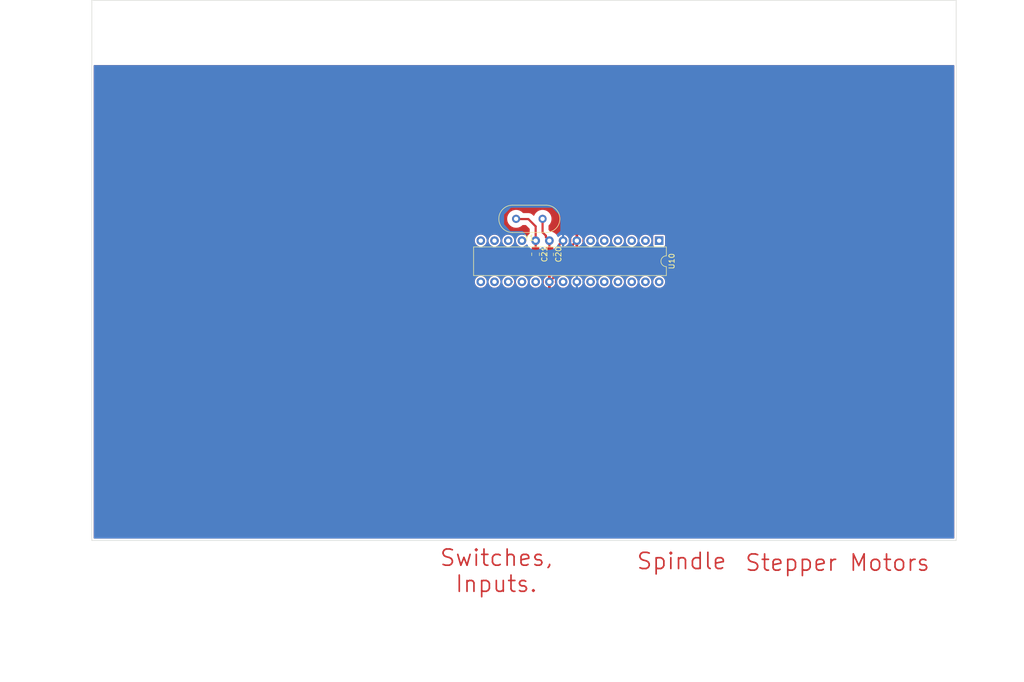
<source format=kicad_pcb>
(kicad_pcb (version 20171130) (host pcbnew 5.1.0+dfsg1-1)

  (general
    (thickness 1.6)
    (drawings 7)
    (tracks 25)
    (zones 0)
    (modules 4)
    (nets 27)
  )

  (page A4)
  (layers
    (0 F.Cu signal)
    (31 B.Cu signal)
    (32 B.Adhes user)
    (33 F.Adhes user)
    (34 B.Paste user hide)
    (35 F.Paste user)
    (36 B.SilkS user hide)
    (37 F.SilkS user)
    (38 B.Mask user hide)
    (39 F.Mask user hide)
    (40 Dwgs.User user)
    (41 Cmts.User user)
    (42 Eco1.User user)
    (43 Eco2.User user)
    (44 Edge.Cuts user)
    (45 Margin user)
    (46 B.CrtYd user)
    (47 F.CrtYd user)
    (48 B.Fab user hide)
    (49 F.Fab user hide)
  )

  (setup
    (last_trace_width 0.4)
    (trace_clearance 0.25)
    (zone_clearance 0.3)
    (zone_45_only no)
    (trace_min 0.4)
    (via_size 1.2)
    (via_drill 0.8)
    (via_min_size 0.8)
    (via_min_drill 0.3)
    (uvia_size 0.3)
    (uvia_drill 0.1)
    (uvias_allowed no)
    (uvia_min_size 0.2)
    (uvia_min_drill 0.1)
    (edge_width 0.1)
    (segment_width 0.2)
    (pcb_text_width 0.3)
    (pcb_text_size 1.5 1.5)
    (mod_edge_width 0.15)
    (mod_text_size 1 1)
    (mod_text_width 0.15)
    (pad_size 0.5 0.5)
    (pad_drill 0)
    (pad_to_mask_clearance 0)
    (solder_mask_min_width 0.25)
    (aux_axis_origin 0 0)
    (visible_elements FFFFEF7F)
    (pcbplotparams
      (layerselection 0x010fc_ffffffff)
      (usegerberextensions false)
      (usegerberattributes false)
      (usegerberadvancedattributes false)
      (creategerberjobfile false)
      (excludeedgelayer true)
      (linewidth 0.100000)
      (plotframeref false)
      (viasonmask false)
      (mode 1)
      (useauxorigin false)
      (hpglpennumber 1)
      (hpglpenspeed 20)
      (hpglpendiameter 15.000000)
      (psnegative false)
      (psa4output false)
      (plotreference true)
      (plotvalue true)
      (plotinvisibletext false)
      (padsonsilk false)
      (subtractmaskfromsilk false)
      (outputformat 4)
      (mirror false)
      (drillshape 0)
      (scaleselection 1)
      (outputdirectory ""))
  )

  (net 0 "")
  (net 1 +5V)
  (net 2 "Net-(U10-Pad21)")
  (net 3 GND)
  (net 4 "Net-(C20-Pad1)")
  (net 5 "Net-(C21-Pad1)")
  (net 6 /Gbrl_Reset)
  (net 7 /M328_TxD)
  (net 8 /M328_RxD)
  (net 9 /Limitswitch_Z)
  (net 10 /Spindle_Dir)
  (net 11 /Spindle_PWM)
  (net 12 /z_step)
  (net 13 /y_step)
  (net 14 /x_step)
  (net 15 /z_dir)
  (net 16 /y_dir)
  (net 17 /x_dir)
  (net 18 /Coolant_Flood)
  (net 19 /Probe)
  (net 20 /Step_Disable)
  (net 21 /Not_Used_Reserved)
  (net 22 /Control_Cycle_Start)
  (net 23 /Control_Feed_Hold)
  (net 24 /Control_Reset)
  (net 25 /Limitswitch_Y)
  (net 26 /Limitswitch_X)

  (net_class Default "This is the default net class."
    (clearance 0.25)
    (trace_width 0.4)
    (via_dia 1.2)
    (via_drill 0.8)
    (uvia_dia 0.3)
    (uvia_drill 0.1)
    (diff_pair_width 0.4)
    (diff_pair_gap 0.25)
    (add_net +5V)
    (add_net /Control_Cycle_Start)
    (add_net /Control_Feed_Hold)
    (add_net /Control_Reset)
    (add_net /Coolant_Flood)
    (add_net /Gbrl_Reset)
    (add_net /Limitswitch_X)
    (add_net /Limitswitch_Y)
    (add_net /Limitswitch_Z)
    (add_net /M328_RxD)
    (add_net /M328_TxD)
    (add_net /Not_Used_Reserved)
    (add_net /Probe)
    (add_net /Spindle_Dir)
    (add_net /Spindle_PWM)
    (add_net /Step_Disable)
    (add_net /x_dir)
    (add_net /x_step)
    (add_net /y_dir)
    (add_net /y_step)
    (add_net /z_dir)
    (add_net /z_step)
    (add_net GND)
    (add_net "Net-(U10-Pad21)")
  )

  (net_class Crystal ""
    (clearance 0.9)
    (trace_width 0.4)
    (via_dia 1.2)
    (via_drill 0.8)
    (uvia_dia 0.3)
    (uvia_drill 0.1)
    (diff_pair_width 0.4)
    (diff_pair_gap 0.25)
    (add_net "Net-(C20-Pad1)")
    (add_net "Net-(C21-Pad1)")
  )

  (net_class Power_1.5mm ""
    (clearance 0.25)
    (trace_width 1.5)
    (via_dia 1.2)
    (via_drill 0.8)
    (uvia_dia 0.3)
    (uvia_drill 0.1)
    (diff_pair_width 0.4)
    (diff_pair_gap 0.25)
  )

  (module Package_DIP:DIP-28_W7.62mm (layer F.Cu) (tedit 5A02E8C5) (tstamp 5CD862F0)
    (at 160.02 63.5 270)
    (descr "28-lead though-hole mounted DIP package, row spacing 7.62 mm (300 mils)")
    (tags "THT DIP DIL PDIP 2.54mm 7.62mm 300mil")
    (path /5CF44FA1)
    (fp_text reference U10 (at 3.81 -2.33 270) (layer F.SilkS)
      (effects (font (size 1 1) (thickness 0.15)))
    )
    (fp_text value ATmega328_GRBL (at 3.81 35.35 270) (layer F.Fab)
      (effects (font (size 1 1) (thickness 0.15)))
    )
    (fp_text user %R (at 3.81 16.51 270) (layer F.Fab)
      (effects (font (size 1 1) (thickness 0.15)))
    )
    (fp_line (start 8.7 -1.55) (end -1.1 -1.55) (layer F.CrtYd) (width 0.05))
    (fp_line (start 8.7 34.55) (end 8.7 -1.55) (layer F.CrtYd) (width 0.05))
    (fp_line (start -1.1 34.55) (end 8.7 34.55) (layer F.CrtYd) (width 0.05))
    (fp_line (start -1.1 -1.55) (end -1.1 34.55) (layer F.CrtYd) (width 0.05))
    (fp_line (start 6.46 -1.33) (end 4.81 -1.33) (layer F.SilkS) (width 0.12))
    (fp_line (start 6.46 34.35) (end 6.46 -1.33) (layer F.SilkS) (width 0.12))
    (fp_line (start 1.16 34.35) (end 6.46 34.35) (layer F.SilkS) (width 0.12))
    (fp_line (start 1.16 -1.33) (end 1.16 34.35) (layer F.SilkS) (width 0.12))
    (fp_line (start 2.81 -1.33) (end 1.16 -1.33) (layer F.SilkS) (width 0.12))
    (fp_line (start 0.635 -0.27) (end 1.635 -1.27) (layer F.Fab) (width 0.1))
    (fp_line (start 0.635 34.29) (end 0.635 -0.27) (layer F.Fab) (width 0.1))
    (fp_line (start 6.985 34.29) (end 0.635 34.29) (layer F.Fab) (width 0.1))
    (fp_line (start 6.985 -1.27) (end 6.985 34.29) (layer F.Fab) (width 0.1))
    (fp_line (start 1.635 -1.27) (end 6.985 -1.27) (layer F.Fab) (width 0.1))
    (fp_arc (start 3.81 -1.33) (end 2.81 -1.33) (angle -180) (layer F.SilkS) (width 0.12))
    (pad 28 thru_hole oval (at 7.62 0 270) (size 1.6 1.6) (drill 0.8) (layers *.Cu *.Mask)
      (net 19 /Probe))
    (pad 14 thru_hole oval (at 0 33.02 270) (size 1.6 1.6) (drill 0.8) (layers *.Cu *.Mask)
      (net 20 /Step_Disable))
    (pad 27 thru_hole oval (at 7.62 2.54 270) (size 1.6 1.6) (drill 0.8) (layers *.Cu *.Mask)
      (net 21 /Not_Used_Reserved))
    (pad 13 thru_hole oval (at 0 30.48 270) (size 1.6 1.6) (drill 0.8) (layers *.Cu *.Mask)
      (net 15 /z_dir))
    (pad 26 thru_hole oval (at 7.62 5.08 270) (size 1.6 1.6) (drill 0.8) (layers *.Cu *.Mask)
      (net 18 /Coolant_Flood))
    (pad 12 thru_hole oval (at 0 27.94 270) (size 1.6 1.6) (drill 0.8) (layers *.Cu *.Mask)
      (net 16 /y_dir))
    (pad 25 thru_hole oval (at 7.62 7.62 270) (size 1.6 1.6) (drill 0.8) (layers *.Cu *.Mask)
      (net 22 /Control_Cycle_Start))
    (pad 11 thru_hole oval (at 0 25.4 270) (size 1.6 1.6) (drill 0.8) (layers *.Cu *.Mask)
      (net 17 /x_dir))
    (pad 24 thru_hole oval (at 7.62 10.16 270) (size 1.6 1.6) (drill 0.8) (layers *.Cu *.Mask)
      (net 23 /Control_Feed_Hold))
    (pad 10 thru_hole oval (at 0 22.86 270) (size 1.6 1.6) (drill 0.8) (layers *.Cu *.Mask)
      (net 5 "Net-(C21-Pad1)"))
    (pad 23 thru_hole oval (at 7.62 12.7 270) (size 1.6 1.6) (drill 0.8) (layers *.Cu *.Mask)
      (net 24 /Control_Reset))
    (pad 9 thru_hole oval (at 0 20.32 270) (size 1.6 1.6) (drill 0.8) (layers *.Cu *.Mask)
      (net 4 "Net-(C20-Pad1)"))
    (pad 22 thru_hole oval (at 7.62 15.24 270) (size 1.6 1.6) (drill 0.8) (layers *.Cu *.Mask)
      (net 3 GND))
    (pad 8 thru_hole oval (at 0 17.78 270) (size 1.6 1.6) (drill 0.8) (layers *.Cu *.Mask)
      (net 3 GND))
    (pad 21 thru_hole oval (at 7.62 17.78 270) (size 1.6 1.6) (drill 0.8) (layers *.Cu *.Mask)
      (net 2 "Net-(U10-Pad21)"))
    (pad 7 thru_hole oval (at 0 15.24 270) (size 1.6 1.6) (drill 0.8) (layers *.Cu *.Mask)
      (net 1 +5V))
    (pad 20 thru_hole oval (at 7.62 20.32 270) (size 1.6 1.6) (drill 0.8) (layers *.Cu *.Mask)
      (net 1 +5V))
    (pad 6 thru_hole oval (at 0 12.7 270) (size 1.6 1.6) (drill 0.8) (layers *.Cu *.Mask)
      (net 12 /z_step))
    (pad 19 thru_hole oval (at 7.62 22.86 270) (size 1.6 1.6) (drill 0.8) (layers *.Cu *.Mask)
      (net 10 /Spindle_Dir))
    (pad 5 thru_hole oval (at 0 10.16 270) (size 1.6 1.6) (drill 0.8) (layers *.Cu *.Mask)
      (net 13 /y_step))
    (pad 18 thru_hole oval (at 7.62 25.4 270) (size 1.6 1.6) (drill 0.8) (layers *.Cu *.Mask)
      (net 9 /Limitswitch_Z))
    (pad 4 thru_hole oval (at 0 7.62 270) (size 1.6 1.6) (drill 0.8) (layers *.Cu *.Mask)
      (net 14 /x_step))
    (pad 17 thru_hole oval (at 7.62 27.94 270) (size 1.6 1.6) (drill 0.8) (layers *.Cu *.Mask)
      (net 11 /Spindle_PWM))
    (pad 3 thru_hole oval (at 0 5.08 270) (size 1.6 1.6) (drill 0.8) (layers *.Cu *.Mask)
      (net 7 /M328_TxD))
    (pad 16 thru_hole oval (at 7.62 30.48 270) (size 1.6 1.6) (drill 0.8) (layers *.Cu *.Mask)
      (net 25 /Limitswitch_Y))
    (pad 2 thru_hole oval (at 0 2.54 270) (size 1.6 1.6) (drill 0.8) (layers *.Cu *.Mask)
      (net 8 /M328_RxD))
    (pad 15 thru_hole oval (at 7.62 33.02 270) (size 1.6 1.6) (drill 0.8) (layers *.Cu *.Mask)
      (net 26 /Limitswitch_X))
    (pad 1 thru_hole rect (at 0 0 270) (size 1.6 1.6) (drill 0.8) (layers *.Cu *.Mask)
      (net 6 /Gbrl_Reset))
    (model ${KISYS3DMOD}/Package_DIP.3dshapes/DIP-28_W7.62mm.wrl
      (at (xyz 0 0 0))
      (scale (xyz 1 1 1))
      (rotate (xyz 0 0 0))
    )
  )

  (module Capacitor_SMD:C_0805_2012Metric (layer F.Cu) (tedit 5B36C52B) (tstamp 5CAE9B26)
    (at 137.14 66.022499 270)
    (descr "Capacitor SMD 0805 (2012 Metric), square (rectangular) end terminal, IPC_7351 nominal, (Body size source: https://docs.google.com/spreadsheets/d/1BsfQQcO9C6DZCsRaXUlFlo91Tg2WpOkGARC1WS5S8t0/edit?usp=sharing), generated with kicad-footprint-generator")
    (tags capacitor)
    (path /5C044DE8)
    (attr smd)
    (fp_text reference C21 (at 0 -1.65 270) (layer F.SilkS)
      (effects (font (size 1 1) (thickness 0.15)))
    )
    (fp_text value 22p (at 0 1.65 270) (layer F.Fab)
      (effects (font (size 1 1) (thickness 0.15)))
    )
    (fp_line (start -1 0.6) (end -1 -0.6) (layer F.Fab) (width 0.1))
    (fp_line (start -1 -0.6) (end 1 -0.6) (layer F.Fab) (width 0.1))
    (fp_line (start 1 -0.6) (end 1 0.6) (layer F.Fab) (width 0.1))
    (fp_line (start 1 0.6) (end -1 0.6) (layer F.Fab) (width 0.1))
    (fp_line (start -0.258578 -0.71) (end 0.258578 -0.71) (layer F.SilkS) (width 0.12))
    (fp_line (start -0.258578 0.71) (end 0.258578 0.71) (layer F.SilkS) (width 0.12))
    (fp_line (start -1.68 0.95) (end -1.68 -0.95) (layer F.CrtYd) (width 0.05))
    (fp_line (start -1.68 -0.95) (end 1.68 -0.95) (layer F.CrtYd) (width 0.05))
    (fp_line (start 1.68 -0.95) (end 1.68 0.95) (layer F.CrtYd) (width 0.05))
    (fp_line (start 1.68 0.95) (end -1.68 0.95) (layer F.CrtYd) (width 0.05))
    (fp_text user %R (at 0 0 270) (layer F.Fab)
      (effects (font (size 0.5 0.5) (thickness 0.08)))
    )
    (pad 1 smd roundrect (at -0.9375 0 270) (size 0.975 1.4) (layers F.Cu F.Paste F.Mask) (roundrect_rratio 0.25)
      (net 5 "Net-(C21-Pad1)"))
    (pad 2 smd roundrect (at 0.9375 0 270) (size 0.975 1.4) (layers F.Cu F.Paste F.Mask) (roundrect_rratio 0.25)
      (net 3 GND))
    (model ${KISYS3DMOD}/Capacitor_SMD.3dshapes/C_0805_2012Metric.wrl
      (at (xyz 0 0 0))
      (scale (xyz 1 1 1))
      (rotate (xyz 0 0 0))
    )
  )

  (module Capacitor_SMD:C_0805_2012Metric (layer F.Cu) (tedit 5B36C52B) (tstamp 5CCBB306)
    (at 139.74 66.06 270)
    (descr "Capacitor SMD 0805 (2012 Metric), square (rectangular) end terminal, IPC_7351 nominal, (Body size source: https://docs.google.com/spreadsheets/d/1BsfQQcO9C6DZCsRaXUlFlo91Tg2WpOkGARC1WS5S8t0/edit?usp=sharing), generated with kicad-footprint-generator")
    (tags capacitor)
    (path /5C044A41)
    (attr smd)
    (fp_text reference C20 (at 0 -1.65 270) (layer F.SilkS)
      (effects (font (size 1 1) (thickness 0.15)))
    )
    (fp_text value 22p (at 0 1.65 270) (layer F.Fab)
      (effects (font (size 1 1) (thickness 0.15)))
    )
    (fp_text user %R (at 0 0 270) (layer F.Fab)
      (effects (font (size 0.5 0.5) (thickness 0.08)))
    )
    (fp_line (start 1.68 0.95) (end -1.68 0.95) (layer F.CrtYd) (width 0.05))
    (fp_line (start 1.68 -0.95) (end 1.68 0.95) (layer F.CrtYd) (width 0.05))
    (fp_line (start -1.68 -0.95) (end 1.68 -0.95) (layer F.CrtYd) (width 0.05))
    (fp_line (start -1.68 0.95) (end -1.68 -0.95) (layer F.CrtYd) (width 0.05))
    (fp_line (start -0.258578 0.71) (end 0.258578 0.71) (layer F.SilkS) (width 0.12))
    (fp_line (start -0.258578 -0.71) (end 0.258578 -0.71) (layer F.SilkS) (width 0.12))
    (fp_line (start 1 0.6) (end -1 0.6) (layer F.Fab) (width 0.1))
    (fp_line (start 1 -0.6) (end 1 0.6) (layer F.Fab) (width 0.1))
    (fp_line (start -1 -0.6) (end 1 -0.6) (layer F.Fab) (width 0.1))
    (fp_line (start -1 0.6) (end -1 -0.6) (layer F.Fab) (width 0.1))
    (pad 2 smd roundrect (at 0.9375 0 270) (size 0.975 1.4) (layers F.Cu F.Paste F.Mask) (roundrect_rratio 0.25)
      (net 3 GND))
    (pad 1 smd roundrect (at -0.9375 0 270) (size 0.975 1.4) (layers F.Cu F.Paste F.Mask) (roundrect_rratio 0.25)
      (net 4 "Net-(C20-Pad1)"))
    (model ${KISYS3DMOD}/Capacitor_SMD.3dshapes/C_0805_2012Metric.wrl
      (at (xyz 0 0 0))
      (scale (xyz 1 1 1))
      (rotate (xyz 0 0 0))
    )
  )

  (module Crystal:Crystal_HC18-U_Vertical (layer F.Cu) (tedit 5A1AD3B7) (tstamp 5CAE9542)
    (at 138.44 59.46 180)
    (descr "Crystal THT HC-18/U, http://5hertz.com/pdfs/04404_D.pdf")
    (tags "THT crystalHC-18/U")
    (path /5C023252)
    (fp_text reference Y1 (at 2.45 -3.525 180) (layer F.SilkS)
      (effects (font (size 1 1) (thickness 0.15)))
    )
    (fp_text value 18.432MHz (at 2.45 3.525 180) (layer F.Fab)
      (effects (font (size 1 1) (thickness 0.15)))
    )
    (fp_arc (start 5.575 0) (end 5.575 -2.525) (angle 180) (layer F.SilkS) (width 0.12))
    (fp_arc (start -0.675 0) (end -0.675 -2.525) (angle -180) (layer F.SilkS) (width 0.12))
    (fp_arc (start 5.45 0) (end 5.45 -2) (angle 180) (layer F.Fab) (width 0.1))
    (fp_arc (start -0.55 0) (end -0.55 -2) (angle -180) (layer F.Fab) (width 0.1))
    (fp_arc (start 5.575 0) (end 5.575 -2.325) (angle 180) (layer F.Fab) (width 0.1))
    (fp_arc (start -0.675 0) (end -0.675 -2.325) (angle -180) (layer F.Fab) (width 0.1))
    (fp_line (start 8.4 -2.8) (end -3.5 -2.8) (layer F.CrtYd) (width 0.05))
    (fp_line (start 8.4 2.8) (end 8.4 -2.8) (layer F.CrtYd) (width 0.05))
    (fp_line (start -3.5 2.8) (end 8.4 2.8) (layer F.CrtYd) (width 0.05))
    (fp_line (start -3.5 -2.8) (end -3.5 2.8) (layer F.CrtYd) (width 0.05))
    (fp_line (start -0.675 2.525) (end 5.575 2.525) (layer F.SilkS) (width 0.12))
    (fp_line (start -0.675 -2.525) (end 5.575 -2.525) (layer F.SilkS) (width 0.12))
    (fp_line (start -0.55 2) (end 5.45 2) (layer F.Fab) (width 0.1))
    (fp_line (start -0.55 -2) (end 5.45 -2) (layer F.Fab) (width 0.1))
    (fp_line (start -0.675 2.325) (end 5.575 2.325) (layer F.Fab) (width 0.1))
    (fp_line (start -0.675 -2.325) (end 5.575 -2.325) (layer F.Fab) (width 0.1))
    (fp_text user %R (at 2.45 0 180) (layer F.Fab)
      (effects (font (size 1 1) (thickness 0.15)))
    )
    (pad 2 thru_hole circle (at 4.9 0 180) (size 1.5 1.5) (drill 0.8) (layers *.Cu *.Mask)
      (net 5 "Net-(C21-Pad1)"))
    (pad 1 thru_hole circle (at 0 0 180) (size 1.5 1.5) (drill 0.8) (layers *.Cu *.Mask)
      (net 4 "Net-(C20-Pad1)"))
    (model ${KISYS3DMOD}/Crystal.3dshapes/Crystal_HC18-U_Vertical.wrl
      (at (xyz 0 0 0))
      (scale (xyz 1 1 1))
      (rotate (xyz 0 0 0))
    )
  )

  (gr_text "Switches,\nInputs." (at 129.88 124.62) (layer F.Cu) (tstamp 5CBCC65F)
    (effects (font (size 3 3) (thickness 0.3)))
  )
  (gr_text Spindle (at 164.18 122.82) (layer F.Cu) (tstamp 5CBCC65F)
    (effects (font (size 3 3) (thickness 0.3)))
  )
  (gr_text "Stepper Motors" (at 193.04 123.12) (layer F.Cu)
    (effects (font (size 3 3) (thickness 0.3)))
  )
  (gr_line (start 55 19) (end 55 119) (layer Edge.Cuts) (width 0.1))
  (gr_line (start 215 119) (end 55 119) (layer Edge.Cuts) (width 0.1))
  (gr_line (start 215 19) (end 215 119) (layer Edge.Cuts) (width 0.1))
  (gr_line (start 55 19) (end 215 19) (layer Edge.Cuts) (width 0.1))

  (segment (start 143.980001 64.299999) (end 144.78 63.5) (width 0.4) (layer F.Cu) (net 1) (status 30))
  (segment (start 142.190021 66.089979) (end 143.980001 64.299999) (width 0.4) (layer F.Cu) (net 1) (status 20))
  (segment (start 142.190021 68.629979) (end 142.190021 66.089979) (width 0.4) (layer F.Cu) (net 1))
  (segment (start 139.7 71.12) (end 142.190021 68.629979) (width 0.4) (layer F.Cu) (net 1) (status 10))
  (segment (start 139.702499 66.959999) (end 139.74 66.9975) (width 0.4) (layer F.Cu) (net 3) (status 30))
  (segment (start 137.14 66.959999) (end 139.702499 66.959999) (width 0.4) (layer F.Cu) (net 3) (status 30))
  (segment (start 141.54001 66.040736) (end 141.54001 64.19999) (width 0.4) (layer F.Cu) (net 3) (status 20))
  (segment (start 141.54001 64.19999) (end 142.24 63.5) (width 0.4) (layer F.Cu) (net 3) (status 30))
  (segment (start 139.74 66.9975) (end 140.583246 66.9975) (width 0.4) (layer F.Cu) (net 3) (status 10))
  (segment (start 140.583246 66.9975) (end 141.54001 66.040736) (width 0.4) (layer F.Cu) (net 3))
  (segment (start 139.7 65.0825) (end 139.74 65.1225) (width 0.4) (layer F.Cu) (net 4) (status 30))
  (segment (start 139.7 63.5) (end 139.7 65.0825) (width 0.4) (layer F.Cu) (net 4) (status 30))
  (segment (start 138.44 59.94) (end 138.44 59.46) (width 0.4) (layer F.Cu) (net 4))
  (segment (start 138.44 61.967998) (end 138.44 59.94) (width 0.4) (layer F.Cu) (net 4))
  (segment (start 139.7 63.5) (end 139.060001 62.860001) (width 0.4) (layer F.Cu) (net 4))
  (segment (start 139.060001 62.587999) (end 138.44 61.967998) (width 0.4) (layer F.Cu) (net 4))
  (segment (start 139.060001 62.860001) (end 139.060001 62.587999) (width 0.4) (layer F.Cu) (net 4))
  (segment (start 137.16 65.064999) (end 137.14 65.084999) (width 0.4) (layer F.Cu) (net 5) (status 30))
  (segment (start 137.16 63.5) (end 137.16 65.064999) (width 0.4) (layer F.Cu) (net 5) (status 30))
  (segment (start 133.58 59.5) (end 133.54 59.46) (width 0.4) (layer F.Cu) (net 5) (status 30))
  (segment (start 135.8 59.5) (end 133.58 59.5) (width 0.4) (layer F.Cu) (net 5) (status 20))
  (segment (start 137.16 63.5) (end 137.16 60.86) (width 0.4) (layer F.Cu) (net 5) (status 10))
  (segment (start 137.16 60.86) (end 135.8 59.5) (width 0.4) (layer F.Cu) (net 5) (status 40000))
  (segment (start 132.08 71.12) (end 132.769998 71.12) (width 0.4) (layer B.Cu) (net 11) (status 30))
  (segment (start 147.810011 63.009989) (end 147.32 63.5) (width 0.4) (layer F.Cu) (net 12) (status 30))

  (zone (net 1) (net_name +5V) (layer F.Cu) (tstamp 5CF00253) (hatch edge 0.508)
    (connect_pads (clearance 0.3))
    (min_thickness 0.25)
    (fill yes (arc_segments 32) (thermal_gap 0.3) (thermal_bridge_width 0.5))
    (polygon
      (pts
        (xy 42.58 31) (xy 222.58 31) (xy 224.79 145.26) (xy 48.26 127)
      )
    )
    (filled_polygon
      (pts
        (xy 214.525001 118.525) (xy 55.475 118.525) (xy 55.475 71.12) (xy 125.769073 71.12) (xy 125.792725 71.360142)
        (xy 125.862772 71.591055) (xy 125.976522 71.803866) (xy 126.129603 71.990397) (xy 126.316134 72.143478) (xy 126.528945 72.257228)
        (xy 126.759858 72.327275) (xy 126.939822 72.345) (xy 127.060178 72.345) (xy 127.240142 72.327275) (xy 127.471055 72.257228)
        (xy 127.683866 72.143478) (xy 127.870397 71.990397) (xy 128.023478 71.803866) (xy 128.137228 71.591055) (xy 128.207275 71.360142)
        (xy 128.230927 71.12) (xy 128.309073 71.12) (xy 128.332725 71.360142) (xy 128.402772 71.591055) (xy 128.516522 71.803866)
        (xy 128.669603 71.990397) (xy 128.856134 72.143478) (xy 129.068945 72.257228) (xy 129.299858 72.327275) (xy 129.479822 72.345)
        (xy 129.600178 72.345) (xy 129.780142 72.327275) (xy 130.011055 72.257228) (xy 130.223866 72.143478) (xy 130.410397 71.990397)
        (xy 130.563478 71.803866) (xy 130.677228 71.591055) (xy 130.747275 71.360142) (xy 130.770927 71.12) (xy 130.849073 71.12)
        (xy 130.872725 71.360142) (xy 130.942772 71.591055) (xy 131.056522 71.803866) (xy 131.209603 71.990397) (xy 131.396134 72.143478)
        (xy 131.608945 72.257228) (xy 131.839858 72.327275) (xy 132.019822 72.345) (xy 132.140178 72.345) (xy 132.320142 72.327275)
        (xy 132.551055 72.257228) (xy 132.763866 72.143478) (xy 132.950397 71.990397) (xy 133.103478 71.803866) (xy 133.217228 71.591055)
        (xy 133.287275 71.360142) (xy 133.310927 71.12) (xy 133.389073 71.12) (xy 133.412725 71.360142) (xy 133.482772 71.591055)
        (xy 133.596522 71.803866) (xy 133.749603 71.990397) (xy 133.936134 72.143478) (xy 134.148945 72.257228) (xy 134.379858 72.327275)
        (xy 134.559822 72.345) (xy 134.680178 72.345) (xy 134.860142 72.327275) (xy 135.091055 72.257228) (xy 135.303866 72.143478)
        (xy 135.490397 71.990397) (xy 135.643478 71.803866) (xy 135.757228 71.591055) (xy 135.827275 71.360142) (xy 135.850927 71.12)
        (xy 135.929073 71.12) (xy 135.952725 71.360142) (xy 136.022772 71.591055) (xy 136.136522 71.803866) (xy 136.289603 71.990397)
        (xy 136.476134 72.143478) (xy 136.688945 72.257228) (xy 136.919858 72.327275) (xy 137.099822 72.345) (xy 137.220178 72.345)
        (xy 137.400142 72.327275) (xy 137.631055 72.257228) (xy 137.843866 72.143478) (xy 138.030397 71.990397) (xy 138.183478 71.803866)
        (xy 138.297228 71.591055) (xy 138.367275 71.360142) (xy 138.390927 71.12) (xy 138.378616 70.994998) (xy 138.475 70.994998)
        (xy 138.475 71.245002) (xy 138.587637 71.245002) (xy 138.515945 71.434094) (xy 138.599973 71.659056) (xy 138.726274 71.863303)
        (xy 138.889995 72.038985) (xy 139.084844 72.179351) (xy 139.303333 72.279007) (xy 139.385907 72.304049) (xy 139.575 72.231745)
        (xy 139.575 71.245) (xy 139.555 71.245) (xy 139.555 70.995) (xy 139.575 70.995) (xy 139.575 70.008255)
        (xy 139.825 70.008255) (xy 139.825 70.995) (xy 139.845 70.995) (xy 139.845 71.245) (xy 139.825 71.245)
        (xy 139.825 72.231745) (xy 140.014093 72.304049) (xy 140.096667 72.279007) (xy 140.315156 72.179351) (xy 140.510005 72.038985)
        (xy 140.673726 71.863303) (xy 140.800027 71.659056) (xy 140.884055 71.434094) (xy 140.812363 71.245002) (xy 140.925 71.245002)
        (xy 140.925 71.12) (xy 141.009073 71.12) (xy 141.032725 71.360142) (xy 141.102772 71.591055) (xy 141.216522 71.803866)
        (xy 141.369603 71.990397) (xy 141.556134 72.143478) (xy 141.768945 72.257228) (xy 141.999858 72.327275) (xy 142.179822 72.345)
        (xy 142.300178 72.345) (xy 142.480142 72.327275) (xy 142.711055 72.257228) (xy 142.923866 72.143478) (xy 143.110397 71.990397)
        (xy 143.263478 71.803866) (xy 143.377228 71.591055) (xy 143.447275 71.360142) (xy 143.470927 71.12) (xy 143.549073 71.12)
        (xy 143.572725 71.360142) (xy 143.642772 71.591055) (xy 143.756522 71.803866) (xy 143.909603 71.990397) (xy 144.096134 72.143478)
        (xy 144.308945 72.257228) (xy 144.539858 72.327275) (xy 144.719822 72.345) (xy 144.840178 72.345) (xy 145.020142 72.327275)
        (xy 145.251055 72.257228) (xy 145.463866 72.143478) (xy 145.650397 71.990397) (xy 145.803478 71.803866) (xy 145.917228 71.591055)
        (xy 145.987275 71.360142) (xy 146.010927 71.12) (xy 146.089073 71.12) (xy 146.112725 71.360142) (xy 146.182772 71.591055)
        (xy 146.296522 71.803866) (xy 146.449603 71.990397) (xy 146.636134 72.143478) (xy 146.848945 72.257228) (xy 147.079858 72.327275)
        (xy 147.259822 72.345) (xy 147.380178 72.345) (xy 147.560142 72.327275) (xy 147.791055 72.257228) (xy 148.003866 72.143478)
        (xy 148.190397 71.990397) (xy 148.343478 71.803866) (xy 148.457228 71.591055) (xy 148.527275 71.360142) (xy 148.550927 71.12)
        (xy 148.629073 71.12) (xy 148.652725 71.360142) (xy 148.722772 71.591055) (xy 148.836522 71.803866) (xy 148.989603 71.990397)
        (xy 149.176134 72.143478) (xy 149.388945 72.257228) (xy 149.619858 72.327275) (xy 149.799822 72.345) (xy 149.920178 72.345)
        (xy 150.100142 72.327275) (xy 150.331055 72.257228) (xy 150.543866 72.143478) (xy 150.730397 71.990397) (xy 150.883478 71.803866)
        (xy 150.997228 71.591055) (xy 151.067275 71.360142) (xy 151.090927 71.12) (xy 151.169073 71.12) (xy 151.192725 71.360142)
        (xy 151.262772 71.591055) (xy 151.376522 71.803866) (xy 151.529603 71.990397) (xy 151.716134 72.143478) (xy 151.928945 72.257228)
        (xy 152.159858 72.327275) (xy 152.339822 72.345) (xy 152.460178 72.345) (xy 152.640142 72.327275) (xy 152.871055 72.257228)
        (xy 153.083866 72.143478) (xy 153.270397 71.990397) (xy 153.423478 71.803866) (xy 153.537228 71.591055) (xy 153.607275 71.360142)
        (xy 153.630927 71.12) (xy 153.709073 71.12) (xy 153.732725 71.360142) (xy 153.802772 71.591055) (xy 153.916522 71.803866)
        (xy 154.069603 71.990397) (xy 154.256134 72.143478) (xy 154.468945 72.257228) (xy 154.699858 72.327275) (xy 154.879822 72.345)
        (xy 155.000178 72.345) (xy 155.180142 72.327275) (xy 155.411055 72.257228) (xy 155.623866 72.143478) (xy 155.810397 71.990397)
        (xy 155.963478 71.803866) (xy 156.077228 71.591055) (xy 156.147275 71.360142) (xy 156.170927 71.12) (xy 156.249073 71.12)
        (xy 156.272725 71.360142) (xy 156.342772 71.591055) (xy 156.456522 71.803866) (xy 156.609603 71.990397) (xy 156.796134 72.143478)
        (xy 157.008945 72.257228) (xy 157.239858 72.327275) (xy 157.419822 72.345) (xy 157.540178 72.345) (xy 157.720142 72.327275)
        (xy 157.951055 72.257228) (xy 158.163866 72.143478) (xy 158.350397 71.990397) (xy 158.503478 71.803866) (xy 158.617228 71.591055)
        (xy 158.687275 71.360142) (xy 158.710927 71.12) (xy 158.789073 71.12) (xy 158.812725 71.360142) (xy 158.882772 71.591055)
        (xy 158.996522 71.803866) (xy 159.149603 71.990397) (xy 159.336134 72.143478) (xy 159.548945 72.257228) (xy 159.779858 72.327275)
        (xy 159.959822 72.345) (xy 160.080178 72.345) (xy 160.260142 72.327275) (xy 160.491055 72.257228) (xy 160.703866 72.143478)
        (xy 160.890397 71.990397) (xy 161.043478 71.803866) (xy 161.157228 71.591055) (xy 161.227275 71.360142) (xy 161.250927 71.12)
        (xy 161.227275 70.879858) (xy 161.157228 70.648945) (xy 161.043478 70.436134) (xy 160.890397 70.249603) (xy 160.703866 70.096522)
        (xy 160.491055 69.982772) (xy 160.260142 69.912725) (xy 160.080178 69.895) (xy 159.959822 69.895) (xy 159.779858 69.912725)
        (xy 159.548945 69.982772) (xy 159.336134 70.096522) (xy 159.149603 70.249603) (xy 158.996522 70.436134) (xy 158.882772 70.648945)
        (xy 158.812725 70.879858) (xy 158.789073 71.12) (xy 158.710927 71.12) (xy 158.687275 70.879858) (xy 158.617228 70.648945)
        (xy 158.503478 70.436134) (xy 158.350397 70.249603) (xy 158.163866 70.096522) (xy 157.951055 69.982772) (xy 157.720142 69.912725)
        (xy 157.540178 69.895) (xy 157.419822 69.895) (xy 157.239858 69.912725) (xy 157.008945 69.982772) (xy 156.796134 70.096522)
        (xy 156.609603 70.249603) (xy 156.456522 70.436134) (xy 156.342772 70.648945) (xy 156.272725 70.879858) (xy 156.249073 71.12)
        (xy 156.170927 71.12) (xy 156.147275 70.879858) (xy 156.077228 70.648945) (xy 155.963478 70.436134) (xy 155.810397 70.249603)
        (xy 155.623866 70.096522) (xy 155.411055 69.982772) (xy 155.180142 69.912725) (xy 155.000178 69.895) (xy 154.879822 69.895)
        (xy 154.699858 69.912725) (xy 154.468945 69.982772) (xy 154.256134 70.096522) (xy 154.069603 70.249603) (xy 153.916522 70.436134)
        (xy 153.802772 70.648945) (xy 153.732725 70.879858) (xy 153.709073 71.12) (xy 153.630927 71.12) (xy 153.607275 70.879858)
        (xy 153.537228 70.648945) (xy 153.423478 70.436134) (xy 153.270397 70.249603) (xy 153.083866 70.096522) (xy 152.871055 69.982772)
        (xy 152.640142 69.912725) (xy 152.460178 69.895) (xy 152.339822 69.895) (xy 152.159858 69.912725) (xy 151.928945 69.982772)
        (xy 151.716134 70.096522) (xy 151.529603 70.249603) (xy 151.376522 70.436134) (xy 151.262772 70.648945) (xy 151.192725 70.879858)
        (xy 151.169073 71.12) (xy 151.090927 71.12) (xy 151.067275 70.879858) (xy 150.997228 70.648945) (xy 150.883478 70.436134)
        (xy 150.730397 70.249603) (xy 150.543866 70.096522) (xy 150.331055 69.982772) (xy 150.100142 69.912725) (xy 149.920178 69.895)
        (xy 149.799822 69.895) (xy 149.619858 69.912725) (xy 149.388945 69.982772) (xy 149.176134 70.096522) (xy 148.989603 70.249603)
        (xy 148.836522 70.436134) (xy 148.722772 70.648945) (xy 148.652725 70.879858) (xy 148.629073 71.12) (xy 148.550927 71.12)
        (xy 148.527275 70.879858) (xy 148.457228 70.648945) (xy 148.343478 70.436134) (xy 148.190397 70.249603) (xy 148.003866 70.096522)
        (xy 147.791055 69.982772) (xy 147.560142 69.912725) (xy 147.380178 69.895) (xy 147.259822 69.895) (xy 147.079858 69.912725)
        (xy 146.848945 69.982772) (xy 146.636134 70.096522) (xy 146.449603 70.249603) (xy 146.296522 70.436134) (xy 146.182772 70.648945)
        (xy 146.112725 70.879858) (xy 146.089073 71.12) (xy 146.010927 71.12) (xy 145.987275 70.879858) (xy 145.917228 70.648945)
        (xy 145.803478 70.436134) (xy 145.650397 70.249603) (xy 145.463866 70.096522) (xy 145.251055 69.982772) (xy 145.020142 69.912725)
        (xy 144.840178 69.895) (xy 144.719822 69.895) (xy 144.539858 69.912725) (xy 144.308945 69.982772) (xy 144.096134 70.096522)
        (xy 143.909603 70.249603) (xy 143.756522 70.436134) (xy 143.642772 70.648945) (xy 143.572725 70.879858) (xy 143.549073 71.12)
        (xy 143.470927 71.12) (xy 143.447275 70.879858) (xy 143.377228 70.648945) (xy 143.263478 70.436134) (xy 143.110397 70.249603)
        (xy 142.923866 70.096522) (xy 142.711055 69.982772) (xy 142.480142 69.912725) (xy 142.300178 69.895) (xy 142.179822 69.895)
        (xy 141.999858 69.912725) (xy 141.768945 69.982772) (xy 141.556134 70.096522) (xy 141.369603 70.249603) (xy 141.216522 70.436134)
        (xy 141.102772 70.648945) (xy 141.032725 70.879858) (xy 141.009073 71.12) (xy 140.925 71.12) (xy 140.925 70.994998)
        (xy 140.812363 70.994998) (xy 140.884055 70.805906) (xy 140.800027 70.580944) (xy 140.673726 70.376697) (xy 140.510005 70.201015)
        (xy 140.315156 70.060649) (xy 140.096667 69.960993) (xy 140.014093 69.935951) (xy 139.825 70.008255) (xy 139.575 70.008255)
        (xy 139.385907 69.935951) (xy 139.303333 69.960993) (xy 139.084844 70.060649) (xy 138.889995 70.201015) (xy 138.726274 70.376697)
        (xy 138.599973 70.580944) (xy 138.515945 70.805906) (xy 138.587637 70.994998) (xy 138.475 70.994998) (xy 138.378616 70.994998)
        (xy 138.367275 70.879858) (xy 138.297228 70.648945) (xy 138.183478 70.436134) (xy 138.030397 70.249603) (xy 137.843866 70.096522)
        (xy 137.631055 69.982772) (xy 137.400142 69.912725) (xy 137.220178 69.895) (xy 137.099822 69.895) (xy 136.919858 69.912725)
        (xy 136.688945 69.982772) (xy 136.476134 70.096522) (xy 136.289603 70.249603) (xy 136.136522 70.436134) (xy 136.022772 70.648945)
        (xy 135.952725 70.879858) (xy 135.929073 71.12) (xy 135.850927 71.12) (xy 135.827275 70.879858) (xy 135.757228 70.648945)
        (xy 135.643478 70.436134) (xy 135.490397 70.249603) (xy 135.303866 70.096522) (xy 135.091055 69.982772) (xy 134.860142 69.912725)
        (xy 134.680178 69.895) (xy 134.559822 69.895) (xy 134.379858 69.912725) (xy 134.148945 69.982772) (xy 133.936134 70.096522)
        (xy 133.749603 70.249603) (xy 133.596522 70.436134) (xy 133.482772 70.648945) (xy 133.412725 70.879858) (xy 133.389073 71.12)
        (xy 133.310927 71.12) (xy 133.287275 70.879858) (xy 133.217228 70.648945) (xy 133.103478 70.436134) (xy 132.950397 70.249603)
        (xy 132.763866 70.096522) (xy 132.551055 69.982772) (xy 132.320142 69.912725) (xy 132.140178 69.895) (xy 132.019822 69.895)
        (xy 131.839858 69.912725) (xy 131.608945 69.982772) (xy 131.396134 70.096522) (xy 131.209603 70.249603) (xy 131.056522 70.436134)
        (xy 130.942772 70.648945) (xy 130.872725 70.879858) (xy 130.849073 71.12) (xy 130.770927 71.12) (xy 130.747275 70.879858)
        (xy 130.677228 70.648945) (xy 130.563478 70.436134) (xy 130.410397 70.249603) (xy 130.223866 70.096522) (xy 130.011055 69.982772)
        (xy 129.780142 69.912725) (xy 129.600178 69.895) (xy 129.479822 69.895) (xy 129.299858 69.912725) (xy 129.068945 69.982772)
        (xy 128.856134 70.096522) (xy 128.669603 70.249603) (xy 128.516522 70.436134) (xy 128.402772 70.648945) (xy 128.332725 70.879858)
        (xy 128.309073 71.12) (xy 128.230927 71.12) (xy 128.207275 70.879858) (xy 128.137228 70.648945) (xy 128.023478 70.436134)
        (xy 127.870397 70.249603) (xy 127.683866 70.096522) (xy 127.471055 69.982772) (xy 127.240142 69.912725) (xy 127.060178 69.895)
        (xy 126.939822 69.895) (xy 126.759858 69.912725) (xy 126.528945 69.982772) (xy 126.316134 70.096522) (xy 126.129603 70.249603)
        (xy 125.976522 70.436134) (xy 125.862772 70.648945) (xy 125.792725 70.879858) (xy 125.769073 71.12) (xy 55.475 71.12)
        (xy 55.475 63.5) (xy 125.769073 63.5) (xy 125.792725 63.740142) (xy 125.862772 63.971055) (xy 125.976522 64.183866)
        (xy 126.129603 64.370397) (xy 126.316134 64.523478) (xy 126.528945 64.637228) (xy 126.759858 64.707275) (xy 126.939822 64.725)
        (xy 127.060178 64.725) (xy 127.240142 64.707275) (xy 127.471055 64.637228) (xy 127.683866 64.523478) (xy 127.870397 64.370397)
        (xy 128.023478 64.183866) (xy 128.137228 63.971055) (xy 128.207275 63.740142) (xy 128.230927 63.5) (xy 128.309073 63.5)
        (xy 128.332725 63.740142) (xy 128.402772 63.971055) (xy 128.516522 64.183866) (xy 128.669603 64.370397) (xy 128.856134 64.523478)
        (xy 129.068945 64.637228) (xy 129.299858 64.707275) (xy 129.479822 64.725) (xy 129.600178 64.725) (xy 129.780142 64.707275)
        (xy 130.011055 64.637228) (xy 130.223866 64.523478) (xy 130.410397 64.370397) (xy 130.563478 64.183866) (xy 130.677228 63.971055)
        (xy 130.747275 63.740142) (xy 130.770927 63.5) (xy 130.849073 63.5) (xy 130.872725 63.740142) (xy 130.942772 63.971055)
        (xy 131.056522 64.183866) (xy 131.209603 64.370397) (xy 131.396134 64.523478) (xy 131.608945 64.637228) (xy 131.839858 64.707275)
        (xy 132.019822 64.725) (xy 132.140178 64.725) (xy 132.320142 64.707275) (xy 132.551055 64.637228) (xy 132.763866 64.523478)
        (xy 132.950397 64.370397) (xy 133.103478 64.183866) (xy 133.217228 63.971055) (xy 133.287275 63.740142) (xy 133.310927 63.5)
        (xy 133.287275 63.259858) (xy 133.217228 63.028945) (xy 133.103478 62.816134) (xy 132.950397 62.629603) (xy 132.763866 62.476522)
        (xy 132.551055 62.362772) (xy 132.320142 62.292725) (xy 132.140178 62.275) (xy 132.019822 62.275) (xy 131.839858 62.292725)
        (xy 131.608945 62.362772) (xy 131.396134 62.476522) (xy 131.209603 62.629603) (xy 131.056522 62.816134) (xy 130.942772 63.028945)
        (xy 130.872725 63.259858) (xy 130.849073 63.5) (xy 130.770927 63.5) (xy 130.747275 63.259858) (xy 130.677228 63.028945)
        (xy 130.563478 62.816134) (xy 130.410397 62.629603) (xy 130.223866 62.476522) (xy 130.011055 62.362772) (xy 129.780142 62.292725)
        (xy 129.600178 62.275) (xy 129.479822 62.275) (xy 129.299858 62.292725) (xy 129.068945 62.362772) (xy 128.856134 62.476522)
        (xy 128.669603 62.629603) (xy 128.516522 62.816134) (xy 128.402772 63.028945) (xy 128.332725 63.259858) (xy 128.309073 63.5)
        (xy 128.230927 63.5) (xy 128.207275 63.259858) (xy 128.137228 63.028945) (xy 128.023478 62.816134) (xy 127.870397 62.629603)
        (xy 127.683866 62.476522) (xy 127.471055 62.362772) (xy 127.240142 62.292725) (xy 127.060178 62.275) (xy 126.939822 62.275)
        (xy 126.759858 62.292725) (xy 126.528945 62.362772) (xy 126.316134 62.476522) (xy 126.129603 62.629603) (xy 125.976522 62.816134)
        (xy 125.862772 63.028945) (xy 125.792725 63.259858) (xy 125.769073 63.5) (xy 55.475 63.5) (xy 55.475 59.285178)
        (xy 131.765 59.285178) (xy 131.765 59.634822) (xy 131.833213 59.977748) (xy 131.967016 60.300778) (xy 132.161268 60.591496)
        (xy 132.408504 60.838732) (xy 132.699222 61.032984) (xy 133.022252 61.166787) (xy 133.365178 61.235) (xy 133.714822 61.235)
        (xy 134.057748 61.166787) (xy 134.380778 61.032984) (xy 134.671496 60.838732) (xy 134.785228 60.725) (xy 135.292589 60.725)
        (xy 135.935001 61.367412) (xy 135.935001 62.144432) (xy 135.863286 62.203286) (xy 135.635226 62.481179) (xy 135.530059 62.677932)
        (xy 135.490397 62.629603) (xy 135.303866 62.476522) (xy 135.091055 62.362772) (xy 134.860142 62.292725) (xy 134.680178 62.275)
        (xy 134.559822 62.275) (xy 134.379858 62.292725) (xy 134.148945 62.362772) (xy 133.936134 62.476522) (xy 133.749603 62.629603)
        (xy 133.596522 62.816134) (xy 133.482772 63.028945) (xy 133.412725 63.259858) (xy 133.389073 63.5) (xy 133.412725 63.740142)
        (xy 133.482772 63.971055) (xy 133.596522 64.183866) (xy 133.749603 64.370397) (xy 133.936134 64.523478) (xy 134.148945 64.637228)
        (xy 134.379858 64.707275) (xy 134.559822 64.725) (xy 134.680178 64.725) (xy 134.860142 64.707275) (xy 135.091055 64.637228)
        (xy 135.303866 64.523478) (xy 135.490397 64.370397) (xy 135.512593 64.343351) (xy 135.506996 64.353822) (xy 135.434515 64.592761)
        (xy 135.410041 64.841249) (xy 135.410041 65.328749) (xy 135.434515 65.577237) (xy 135.506996 65.816176) (xy 135.6247 66.036384)
        (xy 135.783102 66.229397) (xy 135.976115 66.387799) (xy 136.074302 66.440281) (xy 136.064006 66.459543) (xy 136.025833 66.585381)
        (xy 136.012944 66.716249) (xy 136.012944 67.203749) (xy 136.025833 67.334617) (xy 136.064006 67.460455) (xy 136.125995 67.576429)
        (xy 136.209419 67.67808) (xy 136.31107 67.761504) (xy 136.427044 67.823493) (xy 136.552882 67.861666) (xy 136.68375 67.874555)
        (xy 137.59625 67.874555) (xy 137.727118 67.861666) (xy 137.852956 67.823493) (xy 137.96893 67.761504) (xy 138.070581 67.67808)
        (xy 138.146972 67.584999) (xy 138.710531 67.584999) (xy 138.725995 67.61393) (xy 138.809419 67.715581) (xy 138.91107 67.799005)
        (xy 139.027044 67.860994) (xy 139.152882 67.899167) (xy 139.28375 67.912056) (xy 140.19625 67.912056) (xy 140.327118 67.899167)
        (xy 140.452956 67.860994) (xy 140.56893 67.799005) (xy 140.670581 67.715581) (xy 140.754005 67.61393) (xy 140.763642 67.595901)
        (xy 140.82358 67.577719) (xy 140.932157 67.519683) (xy 141.027326 67.44158) (xy 141.046904 67.417724) (xy 141.960245 66.504384)
        (xy 141.98409 66.484816) (xy 142.003659 66.460971) (xy 142.003663 66.460967) (xy 142.062193 66.389648) (xy 142.112288 66.295926)
        (xy 142.120229 66.28107) (xy 142.155967 66.163257) (xy 142.16501 66.07144) (xy 142.16501 66.071438) (xy 142.168034 66.040736)
        (xy 142.16501 66.010034) (xy 142.16501 64.723541) (xy 142.179822 64.725) (xy 142.300178 64.725) (xy 142.480142 64.707275)
        (xy 142.711055 64.637228) (xy 142.923866 64.523478) (xy 143.110397 64.370397) (xy 143.263478 64.183866) (xy 143.377228 63.971055)
        (xy 143.447275 63.740142) (xy 143.470927 63.5) (xy 143.458616 63.374998) (xy 143.555 63.374998) (xy 143.555 63.625002)
        (xy 143.667637 63.625002) (xy 143.595945 63.814094) (xy 143.679973 64.039056) (xy 143.806274 64.243303) (xy 143.969995 64.418985)
        (xy 144.164844 64.559351) (xy 144.383333 64.659007) (xy 144.465907 64.684049) (xy 144.655 64.611745) (xy 144.655 63.625)
        (xy 144.635 63.625) (xy 144.635 63.375) (xy 144.655 63.375) (xy 144.655 62.388255) (xy 144.905 62.388255)
        (xy 144.905 63.375) (xy 144.925 63.375) (xy 144.925 63.625) (xy 144.905 63.625) (xy 144.905 64.611745)
        (xy 145.094093 64.684049) (xy 145.176667 64.659007) (xy 145.395156 64.559351) (xy 145.590005 64.418985) (xy 145.753726 64.243303)
        (xy 145.880027 64.039056) (xy 145.964055 63.814094) (xy 145.892363 63.625002) (xy 146.005 63.625002) (xy 146.005 63.5)
        (xy 146.089073 63.5) (xy 146.112725 63.740142) (xy 146.182772 63.971055) (xy 146.296522 64.183866) (xy 146.449603 64.370397)
        (xy 146.636134 64.523478) (xy 146.848945 64.637228) (xy 147.079858 64.707275) (xy 147.259822 64.725) (xy 147.380178 64.725)
        (xy 147.560142 64.707275) (xy 147.791055 64.637228) (xy 148.003866 64.523478) (xy 148.190397 64.370397) (xy 148.343478 64.183866)
        (xy 148.457228 63.971055) (xy 148.527275 63.740142) (xy 148.550927 63.5) (xy 148.629073 63.5) (xy 148.652725 63.740142)
        (xy 148.722772 63.971055) (xy 148.836522 64.183866) (xy 148.989603 64.370397) (xy 149.176134 64.523478) (xy 149.388945 64.637228)
        (xy 149.619858 64.707275) (xy 149.799822 64.725) (xy 149.920178 64.725) (xy 150.100142 64.707275) (xy 150.331055 64.637228)
        (xy 150.543866 64.523478) (xy 150.730397 64.370397) (xy 150.883478 64.183866) (xy 150.997228 63.971055) (xy 151.067275 63.740142)
        (xy 151.090927 63.5) (xy 151.169073 63.5) (xy 151.192725 63.740142) (xy 151.262772 63.971055) (xy 151.376522 64.183866)
        (xy 151.529603 64.370397) (xy 151.716134 64.523478) (xy 151.928945 64.637228) (xy 152.159858 64.707275) (xy 152.339822 64.725)
        (xy 152.460178 64.725) (xy 152.640142 64.707275) (xy 152.871055 64.637228) (xy 153.083866 64.523478) (xy 153.270397 64.370397)
        (xy 153.423478 64.183866) (xy 153.537228 63.971055) (xy 153.607275 63.740142) (xy 153.630927 63.5) (xy 153.709073 63.5)
        (xy 153.732725 63.740142) (xy 153.802772 63.971055) (xy 153.916522 64.183866) (xy 154.069603 64.370397) (xy 154.256134 64.523478)
        (xy 154.468945 64.637228) (xy 154.699858 64.707275) (xy 154.879822 64.725) (xy 155.000178 64.725) (xy 155.180142 64.707275)
        (xy 155.411055 64.637228) (xy 155.623866 64.523478) (xy 155.810397 64.370397) (xy 155.963478 64.183866) (xy 156.077228 63.971055)
        (xy 156.147275 63.740142) (xy 156.170927 63.5) (xy 156.249073 63.5) (xy 156.272725 63.740142) (xy 156.342772 63.971055)
        (xy 156.456522 64.183866) (xy 156.609603 64.370397) (xy 156.796134 64.523478) (xy 157.008945 64.637228) (xy 157.239858 64.707275)
        (xy 157.419822 64.725) (xy 157.540178 64.725) (xy 157.720142 64.707275) (xy 157.951055 64.637228) (xy 158.163866 64.523478)
        (xy 158.350397 64.370397) (xy 158.503478 64.183866) (xy 158.617228 63.971055) (xy 158.687275 63.740142) (xy 158.710927 63.5)
        (xy 158.687275 63.259858) (xy 158.617228 63.028945) (xy 158.503478 62.816134) (xy 158.40817 62.7) (xy 158.792944 62.7)
        (xy 158.792944 64.3) (xy 158.80115 64.383314) (xy 158.825452 64.463427) (xy 158.864916 64.53726) (xy 158.918026 64.601974)
        (xy 158.98274 64.655084) (xy 159.056573 64.694548) (xy 159.136686 64.71885) (xy 159.22 64.727056) (xy 160.82 64.727056)
        (xy 160.903314 64.71885) (xy 160.983427 64.694548) (xy 161.05726 64.655084) (xy 161.121974 64.601974) (xy 161.175084 64.53726)
        (xy 161.214548 64.463427) (xy 161.23885 64.383314) (xy 161.247056 64.3) (xy 161.247056 62.7) (xy 161.23885 62.616686)
        (xy 161.214548 62.536573) (xy 161.175084 62.46274) (xy 161.121974 62.398026) (xy 161.05726 62.344916) (xy 160.983427 62.305452)
        (xy 160.903314 62.28115) (xy 160.82 62.272944) (xy 159.22 62.272944) (xy 159.136686 62.28115) (xy 159.056573 62.305452)
        (xy 158.98274 62.344916) (xy 158.918026 62.398026) (xy 158.864916 62.46274) (xy 158.825452 62.536573) (xy 158.80115 62.616686)
        (xy 158.792944 62.7) (xy 158.40817 62.7) (xy 158.350397 62.629603) (xy 158.163866 62.476522) (xy 157.951055 62.362772)
        (xy 157.720142 62.292725) (xy 157.540178 62.275) (xy 157.419822 62.275) (xy 157.239858 62.292725) (xy 157.008945 62.362772)
        (xy 156.796134 62.476522) (xy 156.609603 62.629603) (xy 156.456522 62.816134) (xy 156.342772 63.028945) (xy 156.272725 63.259858)
        (xy 156.249073 63.5) (xy 156.170927 63.5) (xy 156.147275 63.259858) (xy 156.077228 63.028945) (xy 155.963478 62.816134)
        (xy 155.810397 62.629603) (xy 155.623866 62.476522) (xy 155.411055 62.362772) (xy 155.180142 62.292725) (xy 155.000178 62.275)
        (xy 154.879822 62.275) (xy 154.699858 62.292725) (xy 154.468945 62.362772) (xy 154.256134 62.476522) (xy 154.069603 62.629603)
        (xy 153.916522 62.816134) (xy 153.802772 63.028945) (xy 153.732725 63.259858) (xy 153.709073 63.5) (xy 153.630927 63.5)
        (xy 153.607275 63.259858) (xy 153.537228 63.028945) (xy 153.423478 62.816134) (xy 153.270397 62.629603) (xy 153.083866 62.476522)
        (xy 152.871055 62.362772) (xy 152.640142 62.292725) (xy 152.460178 62.275) (xy 152.339822 62.275) (xy 152.159858 62.292725)
        (xy 151.928945 62.362772) (xy 151.716134 62.476522) (xy 151.529603 62.629603) (xy 151.376522 62.816134) (xy 151.262772 63.028945)
        (xy 151.192725 63.259858) (xy 151.169073 63.5) (xy 151.090927 63.5) (xy 151.067275 63.259858) (xy 150.997228 63.028945)
        (xy 150.883478 62.816134) (xy 150.730397 62.629603) (xy 150.543866 62.476522) (xy 150.331055 62.362772) (xy 150.100142 62.292725)
        (xy 149.920178 62.275) (xy 149.799822 62.275) (xy 149.619858 62.292725) (xy 149.388945 62.362772) (xy 149.176134 62.476522)
        (xy 148.989603 62.629603) (xy 148.836522 62.816134) (xy 148.722772 63.028945) (xy 148.652725 63.259858) (xy 148.629073 63.5)
        (xy 148.550927 63.5) (xy 148.527275 63.259858) (xy 148.457228 63.028945) (xy 148.435987 62.989206) (xy 148.425967 62.887468)
        (xy 148.390229 62.769655) (xy 148.332193 62.661078) (xy 148.25409 62.56591) (xy 148.158922 62.487807) (xy 148.050345 62.429771)
        (xy 147.932532 62.394033) (xy 147.830794 62.384013) (xy 147.791055 62.362772) (xy 147.560142 62.292725) (xy 147.380178 62.275)
        (xy 147.259822 62.275) (xy 147.079858 62.292725) (xy 146.848945 62.362772) (xy 146.636134 62.476522) (xy 146.449603 62.629603)
        (xy 146.296522 62.816134) (xy 146.182772 63.028945) (xy 146.112725 63.259858) (xy 146.089073 63.5) (xy 146.005 63.5)
        (xy 146.005 63.374998) (xy 145.892363 63.374998) (xy 145.964055 63.185906) (xy 145.880027 62.960944) (xy 145.753726 62.756697)
        (xy 145.590005 62.581015) (xy 145.395156 62.440649) (xy 145.176667 62.340993) (xy 145.094093 62.315951) (xy 144.905 62.388255)
        (xy 144.655 62.388255) (xy 144.465907 62.315951) (xy 144.383333 62.340993) (xy 144.164844 62.440649) (xy 143.969995 62.581015)
        (xy 143.806274 62.756697) (xy 143.679973 62.960944) (xy 143.595945 63.185906) (xy 143.667637 63.374998) (xy 143.555 63.374998)
        (xy 143.458616 63.374998) (xy 143.447275 63.259858) (xy 143.377228 63.028945) (xy 143.263478 62.816134) (xy 143.110397 62.629603)
        (xy 142.923866 62.476522) (xy 142.711055 62.362772) (xy 142.480142 62.292725) (xy 142.300178 62.275) (xy 142.179822 62.275)
        (xy 141.999858 62.292725) (xy 141.768945 62.362772) (xy 141.556134 62.476522) (xy 141.369603 62.629603) (xy 141.329941 62.677932)
        (xy 141.224774 62.481179) (xy 140.996714 62.203286) (xy 140.718821 61.975226) (xy 140.401776 61.805762) (xy 140.057762 61.701407)
        (xy 139.890603 61.684943) (xy 139.883651 61.679238) (xy 139.665 61.460587) (xy 139.665 60.745228) (xy 139.818732 60.591496)
        (xy 140.012984 60.300778) (xy 140.146787 59.977748) (xy 140.215 59.634822) (xy 140.215 59.285178) (xy 140.146787 58.942252)
        (xy 140.012984 58.619222) (xy 139.818732 58.328504) (xy 139.571496 58.081268) (xy 139.280778 57.887016) (xy 138.957748 57.753213)
        (xy 138.614822 57.685) (xy 138.265178 57.685) (xy 137.922252 57.753213) (xy 137.599222 57.887016) (xy 137.308504 58.081268)
        (xy 137.061268 58.328504) (xy 136.867016 58.619222) (xy 136.803932 58.771521) (xy 136.708761 58.67635) (xy 136.670397 58.629603)
        (xy 136.483866 58.476522) (xy 136.271055 58.362772) (xy 136.040142 58.292725) (xy 135.860178 58.275) (xy 135.860175 58.275)
        (xy 135.8 58.269073) (xy 135.739825 58.275) (xy 134.865228 58.275) (xy 134.671496 58.081268) (xy 134.380778 57.887016)
        (xy 134.057748 57.753213) (xy 133.714822 57.685) (xy 133.365178 57.685) (xy 133.022252 57.753213) (xy 132.699222 57.887016)
        (xy 132.408504 58.081268) (xy 132.161268 58.328504) (xy 131.967016 58.619222) (xy 131.833213 58.942252) (xy 131.765 59.285178)
        (xy 55.475 59.285178) (xy 55.475 31.125) (xy 214.525 31.125)
      )
    )
  )
  (zone (net 0) (net_name "") (layer B.Cu) (tstamp 5CF31F19) (hatch edge 0.508)
    (connect_pads (clearance 0.3))
    (min_thickness 0.2)
    (keepout (tracks not_allowed) (vias not_allowed) (copperpour not_allowed))
    (fill (arc_segments 32) (thermal_gap 0.3) (thermal_bridge_width 0.4))
    (polygon
      (pts
        (xy 132.588 57.404) (xy 140.208 57.404) (xy 141.732 58.928) (xy 141.732 61.722) (xy 139.7 63.5)
        (xy 136.398 63.5) (xy 134.747 61.722) (xy 132.461 61.722) (xy 131.318 60.452) (xy 131.318 58.674)
      )
    )
  )
  (zone (net 3) (net_name GND) (layer B.Cu) (tstamp 0) (hatch edge 0.508)
    (connect_pads (clearance 0.3))
    (min_thickness 0.2)
    (fill yes (arc_segments 32) (thermal_gap 0.3) (thermal_bridge_width 0.4))
    (polygon
      (pts
        (xy 38 31) (xy 227.58 31) (xy 223.52 128.27) (xy 44.45 133.35)
      )
    )
    (filled_polygon
      (pts
        (xy 214.550001 118.55) (xy 55.45 118.55) (xy 55.45 71.12) (xy 125.794194 71.12) (xy 125.817363 71.355241)
        (xy 125.885981 71.581442) (xy 125.997409 71.78991) (xy 126.147366 71.972634) (xy 126.33009 72.122591) (xy 126.538558 72.234019)
        (xy 126.764759 72.302637) (xy 126.94105 72.32) (xy 127.05895 72.32) (xy 127.235241 72.302637) (xy 127.461442 72.234019)
        (xy 127.66991 72.122591) (xy 127.852634 71.972634) (xy 128.002591 71.78991) (xy 128.114019 71.581442) (xy 128.182637 71.355241)
        (xy 128.205806 71.12) (xy 128.334194 71.12) (xy 128.357363 71.355241) (xy 128.425981 71.581442) (xy 128.537409 71.78991)
        (xy 128.687366 71.972634) (xy 128.87009 72.122591) (xy 129.078558 72.234019) (xy 129.304759 72.302637) (xy 129.48105 72.32)
        (xy 129.59895 72.32) (xy 129.775241 72.302637) (xy 130.001442 72.234019) (xy 130.20991 72.122591) (xy 130.392634 71.972634)
        (xy 130.542591 71.78991) (xy 130.654019 71.581442) (xy 130.722637 71.355241) (xy 130.745806 71.12) (xy 130.874194 71.12)
        (xy 130.897363 71.355241) (xy 130.965981 71.581442) (xy 131.077409 71.78991) (xy 131.227366 71.972634) (xy 131.41009 72.122591)
        (xy 131.618558 72.234019) (xy 131.844759 72.302637) (xy 132.02105 72.32) (xy 132.13895 72.32) (xy 132.315241 72.302637)
        (xy 132.541442 72.234019) (xy 132.74991 72.122591) (xy 132.932634 71.972634) (xy 133.082591 71.78991) (xy 133.194019 71.581442)
        (xy 133.209576 71.530159) (xy 133.271294 71.454955) (xy 133.327008 71.350721) (xy 133.361316 71.237621) (xy 133.372901 71.12)
        (xy 133.414194 71.12) (xy 133.437363 71.355241) (xy 133.505981 71.581442) (xy 133.617409 71.78991) (xy 133.767366 71.972634)
        (xy 133.95009 72.122591) (xy 134.158558 72.234019) (xy 134.384759 72.302637) (xy 134.56105 72.32) (xy 134.67895 72.32)
        (xy 134.855241 72.302637) (xy 135.081442 72.234019) (xy 135.28991 72.122591) (xy 135.472634 71.972634) (xy 135.622591 71.78991)
        (xy 135.734019 71.581442) (xy 135.802637 71.355241) (xy 135.825806 71.12) (xy 135.954194 71.12) (xy 135.977363 71.355241)
        (xy 136.045981 71.581442) (xy 136.157409 71.78991) (xy 136.307366 71.972634) (xy 136.49009 72.122591) (xy 136.698558 72.234019)
        (xy 136.924759 72.302637) (xy 137.10105 72.32) (xy 137.21895 72.32) (xy 137.395241 72.302637) (xy 137.621442 72.234019)
        (xy 137.82991 72.122591) (xy 138.012634 71.972634) (xy 138.162591 71.78991) (xy 138.274019 71.581442) (xy 138.342637 71.355241)
        (xy 138.365806 71.12) (xy 138.494194 71.12) (xy 138.517363 71.355241) (xy 138.585981 71.581442) (xy 138.697409 71.78991)
        (xy 138.847366 71.972634) (xy 139.03009 72.122591) (xy 139.238558 72.234019) (xy 139.464759 72.302637) (xy 139.64105 72.32)
        (xy 139.75895 72.32) (xy 139.935241 72.302637) (xy 140.161442 72.234019) (xy 140.36991 72.122591) (xy 140.552634 71.972634)
        (xy 140.702591 71.78991) (xy 140.814019 71.581442) (xy 140.882637 71.355241) (xy 140.905806 71.12) (xy 141.034194 71.12)
        (xy 141.057363 71.355241) (xy 141.125981 71.581442) (xy 141.237409 71.78991) (xy 141.387366 71.972634) (xy 141.57009 72.122591)
        (xy 141.778558 72.234019) (xy 142.004759 72.302637) (xy 142.18105 72.32) (xy 142.29895 72.32) (xy 142.475241 72.302637)
        (xy 142.701442 72.234019) (xy 142.90991 72.122591) (xy 143.092634 71.972634) (xy 143.242591 71.78991) (xy 143.354019 71.581442)
        (xy 143.422637 71.355241) (xy 143.445806 71.12) (xy 143.435957 71.019998) (xy 143.58 71.019998) (xy 143.58 71.220002)
        (xy 143.684168 71.220002) (xy 143.614535 71.405838) (xy 143.692693 71.627717) (xy 143.812636 71.830084) (xy 143.969754 72.005163)
        (xy 144.158009 72.146226) (xy 144.370167 72.247852) (xy 144.494163 72.28546) (xy 144.68 72.215445) (xy 144.68 71.22)
        (xy 144.66 71.22) (xy 144.66 71.02) (xy 144.68 71.02) (xy 144.68 70.024555) (xy 144.88 70.024555)
        (xy 144.88 71.02) (xy 144.9 71.02) (xy 144.9 71.22) (xy 144.88 71.22) (xy 144.88 72.215445)
        (xy 145.065837 72.28546) (xy 145.189833 72.247852) (xy 145.401991 72.146226) (xy 145.590246 72.005163) (xy 145.747364 71.830084)
        (xy 145.867307 71.627717) (xy 145.945465 71.405838) (xy 145.875832 71.220002) (xy 145.98 71.220002) (xy 145.98 71.12)
        (xy 146.114194 71.12) (xy 146.137363 71.355241) (xy 146.205981 71.581442) (xy 146.317409 71.78991) (xy 146.467366 71.972634)
        (xy 146.65009 72.122591) (xy 146.858558 72.234019) (xy 147.084759 72.302637) (xy 147.26105 72.32) (xy 147.37895 72.32)
        (xy 147.555241 72.302637) (xy 147.781442 72.234019) (xy 147.98991 72.122591) (xy 148.172634 71.972634) (xy 148.322591 71.78991)
        (xy 148.434019 71.581442) (xy 148.502637 71.355241) (xy 148.525806 71.12) (xy 148.654194 71.12) (xy 148.677363 71.355241)
        (xy 148.745981 71.581442) (xy 148.857409 71.78991) (xy 149.007366 71.972634) (xy 149.19009 72.122591) (xy 149.398558 72.234019)
        (xy 149.624759 72.302637) (xy 149.80105 72.32) (xy 149.91895 72.32) (xy 150.095241 72.302637) (xy 150.321442 72.234019)
        (xy 150.52991 72.122591) (xy 150.712634 71.972634) (xy 150.862591 71.78991) (xy 150.974019 71.581442) (xy 151.042637 71.355241)
        (xy 151.065806 71.12) (xy 151.194194 71.12) (xy 151.217363 71.355241) (xy 151.285981 71.581442) (xy 151.397409 71.78991)
        (xy 151.547366 71.972634) (xy 151.73009 72.122591) (xy 151.938558 72.234019) (xy 152.164759 72.302637) (xy 152.34105 72.32)
        (xy 152.45895 72.32) (xy 152.635241 72.302637) (xy 152.861442 72.234019) (xy 153.06991 72.122591) (xy 153.252634 71.972634)
        (xy 153.402591 71.78991) (xy 153.514019 71.581442) (xy 153.582637 71.355241) (xy 153.605806 71.12) (xy 153.734194 71.12)
        (xy 153.757363 71.355241) (xy 153.825981 71.581442) (xy 153.937409 71.78991) (xy 154.087366 71.972634) (xy 154.27009 72.122591)
        (xy 154.478558 72.234019) (xy 154.704759 72.302637) (xy 154.88105 72.32) (xy 154.99895 72.32) (xy 155.175241 72.302637)
        (xy 155.401442 72.234019) (xy 155.60991 72.122591) (xy 155.792634 71.972634) (xy 155.942591 71.78991) (xy 156.054019 71.581442)
        (xy 156.122637 71.355241) (xy 156.145806 71.12) (xy 156.274194 71.12) (xy 156.297363 71.355241) (xy 156.365981 71.581442)
        (xy 156.477409 71.78991) (xy 156.627366 71.972634) (xy 156.81009 72.122591) (xy 157.018558 72.234019) (xy 157.244759 72.302637)
        (xy 157.42105 72.32) (xy 157.53895 72.32) (xy 157.715241 72.302637) (xy 157.941442 72.234019) (xy 158.14991 72.122591)
        (xy 158.332634 71.972634) (xy 158.482591 71.78991) (xy 158.594019 71.581442) (xy 158.662637 71.355241) (xy 158.685806 71.12)
        (xy 158.814194 71.12) (xy 158.837363 71.355241) (xy 158.905981 71.581442) (xy 159.017409 71.78991) (xy 159.167366 71.972634)
        (xy 159.35009 72.122591) (xy 159.558558 72.234019) (xy 159.784759 72.302637) (xy 159.96105 72.32) (xy 160.07895 72.32)
        (xy 160.255241 72.302637) (xy 160.481442 72.234019) (xy 160.68991 72.122591) (xy 160.872634 71.972634) (xy 161.022591 71.78991)
        (xy 161.134019 71.581442) (xy 161.202637 71.355241) (xy 161.225806 71.12) (xy 161.202637 70.884759) (xy 161.134019 70.658558)
        (xy 161.022591 70.45009) (xy 160.872634 70.267366) (xy 160.68991 70.117409) (xy 160.481442 70.005981) (xy 160.255241 69.937363)
        (xy 160.07895 69.92) (xy 159.96105 69.92) (xy 159.784759 69.937363) (xy 159.558558 70.005981) (xy 159.35009 70.117409)
        (xy 159.167366 70.267366) (xy 159.017409 70.45009) (xy 158.905981 70.658558) (xy 158.837363 70.884759) (xy 158.814194 71.12)
        (xy 158.685806 71.12) (xy 158.662637 70.884759) (xy 158.594019 70.658558) (xy 158.482591 70.45009) (xy 158.332634 70.267366)
        (xy 158.14991 70.117409) (xy 157.941442 70.005981) (xy 157.715241 69.937363) (xy 157.53895 69.92) (xy 157.42105 69.92)
        (xy 157.244759 69.937363) (xy 157.018558 70.005981) (xy 156.81009 70.117409) (xy 156.627366 70.267366) (xy 156.477409 70.45009)
        (xy 156.365981 70.658558) (xy 156.297363 70.884759) (xy 156.274194 71.12) (xy 156.145806 71.12) (xy 156.122637 70.884759)
        (xy 156.054019 70.658558) (xy 155.942591 70.45009) (xy 155.792634 70.267366) (xy 155.60991 70.117409) (xy 155.401442 70.005981)
        (xy 155.175241 69.937363) (xy 154.99895 69.92) (xy 154.88105 69.92) (xy 154.704759 69.937363) (xy 154.478558 70.005981)
        (xy 154.27009 70.117409) (xy 154.087366 70.267366) (xy 153.937409 70.45009) (xy 153.825981 70.658558) (xy 153.757363 70.884759)
        (xy 153.734194 71.12) (xy 153.605806 71.12) (xy 153.582637 70.884759) (xy 153.514019 70.658558) (xy 153.402591 70.45009)
        (xy 153.252634 70.267366) (xy 153.06991 70.117409) (xy 152.861442 70.005981) (xy 152.635241 69.937363) (xy 152.45895 69.92)
        (xy 152.34105 69.92) (xy 152.164759 69.937363) (xy 151.938558 70.005981) (xy 151.73009 70.117409) (xy 151.547366 70.267366)
        (xy 151.397409 70.45009) (xy 151.285981 70.658558) (xy 151.217363 70.884759) (xy 151.194194 71.12) (xy 151.065806 71.12)
        (xy 151.042637 70.884759) (xy 150.974019 70.658558) (xy 150.862591 70.45009) (xy 150.712634 70.267366) (xy 150.52991 70.117409)
        (xy 150.321442 70.005981) (xy 150.095241 69.937363) (xy 149.91895 69.92) (xy 149.80105 69.92) (xy 149.624759 69.937363)
        (xy 149.398558 70.005981) (xy 149.19009 70.117409) (xy 149.007366 70.267366) (xy 148.857409 70.45009) (xy 148.745981 70.658558)
        (xy 148.677363 70.884759) (xy 148.654194 71.12) (xy 148.525806 71.12) (xy 148.502637 70.884759) (xy 148.434019 70.658558)
        (xy 148.322591 70.45009) (xy 148.172634 70.267366) (xy 147.98991 70.117409) (xy 147.781442 70.005981) (xy 147.555241 69.937363)
        (xy 147.37895 69.92) (xy 147.26105 69.92) (xy 147.084759 69.937363) (xy 146.858558 70.005981) (xy 146.65009 70.117409)
        (xy 146.467366 70.267366) (xy 146.317409 70.45009) (xy 146.205981 70.658558) (xy 146.137363 70.884759) (xy 146.114194 71.12)
        (xy 145.98 71.12) (xy 145.98 71.019998) (xy 145.875832 71.019998) (xy 145.945465 70.834162) (xy 145.867307 70.612283)
        (xy 145.747364 70.409916) (xy 145.590246 70.234837) (xy 145.401991 70.093774) (xy 145.189833 69.992148) (xy 145.065837 69.95454)
        (xy 144.88 70.024555) (xy 144.68 70.024555) (xy 144.494163 69.95454) (xy 144.370167 69.992148) (xy 144.158009 70.093774)
        (xy 143.969754 70.234837) (xy 143.812636 70.409916) (xy 143.692693 70.612283) (xy 143.614535 70.834162) (xy 143.684168 71.019998)
        (xy 143.58 71.019998) (xy 143.435957 71.019998) (xy 143.422637 70.884759) (xy 143.354019 70.658558) (xy 143.242591 70.45009)
        (xy 143.092634 70.267366) (xy 142.90991 70.117409) (xy 142.701442 70.005981) (xy 142.475241 69.937363) (xy 142.29895 69.92)
        (xy 142.18105 69.92) (xy 142.004759 69.937363) (xy 141.778558 70.005981) (xy 141.57009 70.117409) (xy 141.387366 70.267366)
        (xy 141.237409 70.45009) (xy 141.125981 70.658558) (xy 141.057363 70.884759) (xy 141.034194 71.12) (xy 140.905806 71.12)
        (xy 140.882637 70.884759) (xy 140.814019 70.658558) (xy 140.702591 70.45009) (xy 140.552634 70.267366) (xy 140.36991 70.117409)
        (xy 140.161442 70.005981) (xy 139.935241 69.937363) (xy 139.75895 69.92) (xy 139.64105 69.92) (xy 139.464759 69.937363)
        (xy 139.238558 70.005981) (xy 139.03009 70.117409) (xy 138.847366 70.267366) (xy 138.697409 70.45009) (xy 138.585981 70.658558)
        (xy 138.517363 70.884759) (xy 138.494194 71.12) (xy 138.365806 71.12) (xy 138.342637 70.884759) (xy 138.274019 70.658558)
        (xy 138.162591 70.45009) (xy 138.012634 70.267366) (xy 137.82991 70.117409) (xy 137.621442 70.005981) (xy 137.395241 69.937363)
        (xy 137.21895 69.92) (xy 137.10105 69.92) (xy 136.924759 69.937363) (xy 136.698558 70.005981) (xy 136.49009 70.117409)
        (xy 136.307366 70.267366) (xy 136.157409 70.45009) (xy 136.045981 70.658558) (xy 135.977363 70.884759) (xy 135.954194 71.12)
        (xy 135.825806 71.12) (xy 135.802637 70.884759) (xy 135.734019 70.658558) (xy 135.622591 70.45009) (xy 135.472634 70.267366)
        (xy 135.28991 70.117409) (xy 135.081442 70.005981) (xy 134.855241 69.937363) (xy 134.67895 69.92) (xy 134.56105 69.92)
        (xy 134.384759 69.937363) (xy 134.158558 70.005981) (xy 133.95009 70.117409) (xy 133.767366 70.267366) (xy 133.617409 70.45009)
        (xy 133.505981 70.658558) (xy 133.437363 70.884759) (xy 133.414194 71.12) (xy 133.372901 71.12) (xy 133.361316 71.002379)
        (xy 133.327008 70.889279) (xy 133.271294 70.785045) (xy 133.209576 70.709841) (xy 133.194019 70.658558) (xy 133.082591 70.45009)
        (xy 132.932634 70.267366) (xy 132.74991 70.117409) (xy 132.541442 70.005981) (xy 132.315241 69.937363) (xy 132.13895 69.92)
        (xy 132.02105 69.92) (xy 131.844759 69.937363) (xy 131.618558 70.005981) (xy 131.41009 70.117409) (xy 131.227366 70.267366)
        (xy 131.077409 70.45009) (xy 130.965981 70.658558) (xy 130.897363 70.884759) (xy 130.874194 71.12) (xy 130.745806 71.12)
        (xy 130.722637 70.884759) (xy 130.654019 70.658558) (xy 130.542591 70.45009) (xy 130.392634 70.267366) (xy 130.20991 70.117409)
        (xy 130.001442 70.005981) (xy 129.775241 69.937363) (xy 129.59895 69.92) (xy 129.48105 69.92) (xy 129.304759 69.937363)
        (xy 129.078558 70.005981) (xy 128.87009 70.117409) (xy 128.687366 70.267366) (xy 128.537409 70.45009) (xy 128.425981 70.658558)
        (xy 128.357363 70.884759) (xy 128.334194 71.12) (xy 128.205806 71.12) (xy 128.182637 70.884759) (xy 128.114019 70.658558)
        (xy 128.002591 70.45009) (xy 127.852634 70.267366) (xy 127.66991 70.117409) (xy 127.461442 70.005981) (xy 127.235241 69.937363)
        (xy 127.05895 69.92) (xy 126.94105 69.92) (xy 126.764759 69.937363) (xy 126.538558 70.005981) (xy 126.33009 70.117409)
        (xy 126.147366 70.267366) (xy 125.997409 70.45009) (xy 125.885981 70.658558) (xy 125.817363 70.884759) (xy 125.794194 71.12)
        (xy 55.45 71.12) (xy 55.45 63.5) (xy 125.794194 63.5) (xy 125.817363 63.735241) (xy 125.885981 63.961442)
        (xy 125.997409 64.16991) (xy 126.147366 64.352634) (xy 126.33009 64.502591) (xy 126.538558 64.614019) (xy 126.764759 64.682637)
        (xy 126.94105 64.7) (xy 127.05895 64.7) (xy 127.235241 64.682637) (xy 127.461442 64.614019) (xy 127.66991 64.502591)
        (xy 127.852634 64.352634) (xy 128.002591 64.16991) (xy 128.114019 63.961442) (xy 128.182637 63.735241) (xy 128.205806 63.5)
        (xy 128.334194 63.5) (xy 128.357363 63.735241) (xy 128.425981 63.961442) (xy 128.537409 64.16991) (xy 128.687366 64.352634)
        (xy 128.87009 64.502591) (xy 129.078558 64.614019) (xy 129.304759 64.682637) (xy 129.48105 64.7) (xy 129.59895 64.7)
        (xy 129.775241 64.682637) (xy 130.001442 64.614019) (xy 130.20991 64.502591) (xy 130.392634 64.352634) (xy 130.542591 64.16991)
        (xy 130.654019 63.961442) (xy 130.722637 63.735241) (xy 130.745806 63.5) (xy 130.874194 63.5) (xy 130.897363 63.735241)
        (xy 130.965981 63.961442) (xy 131.077409 64.16991) (xy 131.227366 64.352634) (xy 131.41009 64.502591) (xy 131.618558 64.614019)
        (xy 131.844759 64.682637) (xy 132.02105 64.7) (xy 132.13895 64.7) (xy 132.315241 64.682637) (xy 132.541442 64.614019)
        (xy 132.74991 64.502591) (xy 132.932634 64.352634) (xy 133.082591 64.16991) (xy 133.194019 63.961442) (xy 133.262637 63.735241)
        (xy 133.285806 63.5) (xy 133.262637 63.264759) (xy 133.194019 63.038558) (xy 133.082591 62.83009) (xy 132.932634 62.647366)
        (xy 132.74991 62.497409) (xy 132.541442 62.385981) (xy 132.315241 62.317363) (xy 132.13895 62.3) (xy 132.02105 62.3)
        (xy 131.844759 62.317363) (xy 131.618558 62.385981) (xy 131.41009 62.497409) (xy 131.227366 62.647366) (xy 131.077409 62.83009)
        (xy 130.965981 63.038558) (xy 130.897363 63.264759) (xy 130.874194 63.5) (xy 130.745806 63.5) (xy 130.722637 63.264759)
        (xy 130.654019 63.038558) (xy 130.542591 62.83009) (xy 130.392634 62.647366) (xy 130.20991 62.497409) (xy 130.001442 62.385981)
        (xy 129.775241 62.317363) (xy 129.59895 62.3) (xy 129.48105 62.3) (xy 129.304759 62.317363) (xy 129.078558 62.385981)
        (xy 128.87009 62.497409) (xy 128.687366 62.647366) (xy 128.537409 62.83009) (xy 128.425981 63.038558) (xy 128.357363 63.264759)
        (xy 128.334194 63.5) (xy 128.205806 63.5) (xy 128.182637 63.264759) (xy 128.114019 63.038558) (xy 128.002591 62.83009)
        (xy 127.852634 62.647366) (xy 127.66991 62.497409) (xy 127.461442 62.385981) (xy 127.235241 62.317363) (xy 127.05895 62.3)
        (xy 126.94105 62.3) (xy 126.764759 62.317363) (xy 126.538558 62.385981) (xy 126.33009 62.497409) (xy 126.147366 62.647366)
        (xy 125.997409 62.83009) (xy 125.885981 63.038558) (xy 125.817363 63.264759) (xy 125.794194 63.5) (xy 55.45 63.5)
        (xy 55.45 58.674) (xy 131.218 58.674) (xy 131.218 60.452) (xy 131.219032 60.466327) (xy 131.223728 60.48536)
        (xy 131.232048 60.50311) (xy 131.243671 60.518896) (xy 132.386671 61.788896) (xy 132.405443 61.805147) (xy 132.422732 61.814388)
        (xy 132.441491 61.820079) (xy 132.461 61.822) (xy 134.703393 61.822) (xy 135.460743 62.637607) (xy 135.28991 62.497409)
        (xy 135.081442 62.385981) (xy 134.855241 62.317363) (xy 134.67895 62.3) (xy 134.56105 62.3) (xy 134.384759 62.317363)
        (xy 134.158558 62.385981) (xy 133.95009 62.497409) (xy 133.767366 62.647366) (xy 133.617409 62.83009) (xy 133.505981 63.038558)
        (xy 133.437363 63.264759) (xy 133.414194 63.5) (xy 133.437363 63.735241) (xy 133.505981 63.961442) (xy 133.617409 64.16991)
        (xy 133.767366 64.352634) (xy 133.95009 64.502591) (xy 134.158558 64.614019) (xy 134.384759 64.682637) (xy 134.56105 64.7)
        (xy 134.67895 64.7) (xy 134.855241 64.682637) (xy 135.081442 64.614019) (xy 135.28991 64.502591) (xy 135.472634 64.352634)
        (xy 135.53447 64.277286) (xy 135.656113 64.504865) (xy 135.88105 64.77895) (xy 136.155135 65.003887) (xy 136.467837 65.171029)
        (xy 136.807138 65.273955) (xy 137.071576 65.3) (xy 137.248424 65.3) (xy 137.512862 65.273955) (xy 137.852163 65.171029)
        (xy 138.164865 65.003887) (xy 138.43 64.786295) (xy 138.695135 65.003887) (xy 139.007837 65.171029) (xy 139.347138 65.273955)
        (xy 139.611576 65.3) (xy 139.788424 65.3) (xy 140.052862 65.273955) (xy 140.392163 65.171029) (xy 140.704865 65.003887)
        (xy 140.97895 64.77895) (xy 141.203887 64.504865) (xy 141.328297 64.272108) (xy 141.429754 64.385163) (xy 141.618009 64.526226)
        (xy 141.830167 64.627852) (xy 141.954163 64.66546) (xy 142.14 64.595445) (xy 142.14 63.6) (xy 142.12 63.6)
        (xy 142.12 63.4) (xy 142.14 63.4) (xy 142.14 62.404555) (xy 142.34 62.404555) (xy 142.34 63.4)
        (xy 142.36 63.4) (xy 142.36 63.6) (xy 142.34 63.6) (xy 142.34 64.595445) (xy 142.525837 64.66546)
        (xy 142.649833 64.627852) (xy 142.861991 64.526226) (xy 143.050246 64.385163) (xy 143.207364 64.210084) (xy 143.327307 64.007717)
        (xy 143.405465 63.785838) (xy 143.335832 63.600002) (xy 143.44 63.600002) (xy 143.44 63.5) (xy 143.574194 63.5)
        (xy 143.597363 63.735241) (xy 143.665981 63.961442) (xy 143.777409 64.16991) (xy 143.927366 64.352634) (xy 144.11009 64.502591)
        (xy 144.318558 64.614019) (xy 144.544759 64.682637) (xy 144.72105 64.7) (xy 144.83895 64.7) (xy 145.015241 64.682637)
        (xy 145.241442 64.614019) (xy 145.44991 64.502591) (xy 145.632634 64.352634) (xy 145.782591 64.16991) (xy 145.894019 63.961442)
        (xy 145.962637 63.735241) (xy 145.985806 63.5) (xy 146.114194 63.5) (xy 146.137363 63.735241) (xy 146.205981 63.961442)
        (xy 146.317409 64.16991) (xy 146.467366 64.352634) (xy 146.65009 64.502591) (xy 146.858558 64.614019) (xy 147.084759 64.682637)
        (xy 147.26105 64.7) (xy 147.37895 64.7) (xy 147.555241 64.682637) (xy 147.781442 64.614019) (xy 147.98991 64.502591)
        (xy 148.172634 64.352634) (xy 148.322591 64.16991) (xy 148.434019 63.961442) (xy 148.502637 63.735241) (xy 148.525806 63.5)
        (xy 148.654194 63.5) (xy 148.677363 63.735241) (xy 148.745981 63.961442) (xy 148.857409 64.16991) (xy 149.007366 64.352634)
        (xy 149.19009 64.502591) (xy 149.398558 64.614019) (xy 149.624759 64.682637) (xy 149.80105 64.7) (xy 149.91895 64.7)
        (xy 150.095241 64.682637) (xy 150.321442 64.614019) (xy 150.52991 64.502591) (xy 150.712634 64.352634) (xy 150.862591 64.16991)
        (xy 150.974019 63.961442) (xy 151.042637 63.735241) (xy 151.065806 63.5) (xy 151.194194 63.5) (xy 151.217363 63.735241)
        (xy 151.285981 63.961442) (xy 151.397409 64.16991) (xy 151.547366 64.352634) (xy 151.73009 64.502591) (xy 151.938558 64.614019)
        (xy 152.164759 64.682637) (xy 152.34105 64.7) (xy 152.45895 64.7) (xy 152.635241 64.682637) (xy 152.861442 64.614019)
        (xy 153.06991 64.502591) (xy 153.252634 64.352634) (xy 153.402591 64.16991) (xy 153.514019 63.961442) (xy 153.582637 63.735241)
        (xy 153.605806 63.5) (xy 153.734194 63.5) (xy 153.757363 63.735241) (xy 153.825981 63.961442) (xy 153.937409 64.16991)
        (xy 154.087366 64.352634) (xy 154.27009 64.502591) (xy 154.478558 64.614019) (xy 154.704759 64.682637) (xy 154.88105 64.7)
        (xy 154.99895 64.7) (xy 155.175241 64.682637) (xy 155.401442 64.614019) (xy 155.60991 64.502591) (xy 155.792634 64.352634)
        (xy 155.942591 64.16991) (xy 156.054019 63.961442) (xy 156.122637 63.735241) (xy 156.145806 63.5) (xy 156.274194 63.5)
        (xy 156.297363 63.735241) (xy 156.365981 63.961442) (xy 156.477409 64.16991) (xy 156.627366 64.352634) (xy 156.81009 64.502591)
        (xy 157.018558 64.614019) (xy 157.244759 64.682637) (xy 157.42105 64.7) (xy 157.53895 64.7) (xy 157.715241 64.682637)
        (xy 157.941442 64.614019) (xy 158.14991 64.502591) (xy 158.332634 64.352634) (xy 158.482591 64.16991) (xy 158.594019 63.961442)
        (xy 158.662637 63.735241) (xy 158.685806 63.5) (xy 158.662637 63.264759) (xy 158.594019 63.038558) (xy 158.482591 62.83009)
        (xy 158.37583 62.7) (xy 158.818065 62.7) (xy 158.818065 64.3) (xy 158.825788 64.378414) (xy 158.84866 64.453814)
        (xy 158.885803 64.523303) (xy 158.935789 64.584211) (xy 158.996697 64.634197) (xy 159.066186 64.67134) (xy 159.141586 64.694212)
        (xy 159.22 64.701935) (xy 160.82 64.701935) (xy 160.898414 64.694212) (xy 160.973814 64.67134) (xy 161.043303 64.634197)
        (xy 161.104211 64.584211) (xy 161.154197 64.523303) (xy 161.19134 64.453814) (xy 161.214212 64.378414) (xy 161.221935 64.3)
        (xy 161.221935 62.7) (xy 161.214212 62.621586) (xy 161.19134 62.546186) (xy 161.154197 62.476697) (xy 161.104211 62.415789)
        (xy 161.043303 62.365803) (xy 160.973814 62.32866) (xy 160.898414 62.305788) (xy 160.82 62.298065) (xy 159.22 62.298065)
        (xy 159.141586 62.305788) (xy 159.066186 62.32866) (xy 158.996697 62.365803) (xy 158.935789 62.415789) (xy 158.885803 62.476697)
        (xy 158.84866 62.546186) (xy 158.825788 62.621586) (xy 158.818065 62.7) (xy 158.37583 62.7) (xy 158.332634 62.647366)
        (xy 158.14991 62.497409) (xy 157.941442 62.385981) (xy 157.715241 62.317363) (xy 157.53895 62.3) (xy 157.42105 62.3)
        (xy 157.244759 62.317363) (xy 157.018558 62.385981) (xy 156.81009 62.497409) (xy 156.627366 62.647366) (xy 156.477409 62.83009)
        (xy 156.365981 63.038558) (xy 156.297363 63.264759) (xy 156.274194 63.5) (xy 156.145806 63.5) (xy 156.122637 63.264759)
        (xy 156.054019 63.038558) (xy 155.942591 62.83009) (xy 155.792634 62.647366) (xy 155.60991 62.497409) (xy 155.401442 62.385981)
        (xy 155.175241 62.317363) (xy 154.99895 62.3) (xy 154.88105 62.3) (xy 154.704759 62.317363) (xy 154.478558 62.385981)
        (xy 154.27009 62.497409) (xy 154.087366 62.647366) (xy 153.937409 62.83009) (xy 153.825981 63.038558) (xy 153.757363 63.264759)
        (xy 153.734194 63.5) (xy 153.605806 63.5) (xy 153.582637 63.264759) (xy 153.514019 63.038558) (xy 153.402591 62.83009)
        (xy 153.252634 62.647366) (xy 153.06991 62.497409) (xy 152.861442 62.385981) (xy 152.635241 62.317363) (xy 152.45895 62.3)
        (xy 152.34105 62.3) (xy 152.164759 62.317363) (xy 151.938558 62.385981) (xy 151.73009 62.497409) (xy 151.547366 62.647366)
        (xy 151.397409 62.83009) (xy 151.285981 63.038558) (xy 151.217363 63.264759) (xy 151.194194 63.5) (xy 151.065806 63.5)
        (xy 151.042637 63.264759) (xy 150.974019 63.038558) (xy 150.862591 62.83009) (xy 150.712634 62.647366) (xy 150.52991 62.497409)
        (xy 150.321442 62.385981) (xy 150.095241 62.317363) (xy 149.91895 62.3) (xy 149.80105 62.3) (xy 149.624759 62.317363)
        (xy 149.398558 62.385981) (xy 149.19009 62.497409) (xy 149.007366 62.647366) (xy 148.857409 62.83009) (xy 148.745981 63.038558)
        (xy 148.677363 63.264759) (xy 148.654194 63.5) (xy 148.525806 63.5) (xy 148.502637 63.264759) (xy 148.434019 63.038558)
        (xy 148.322591 62.83009) (xy 148.172634 62.647366) (xy 147.98991 62.497409) (xy 147.781442 62.385981) (xy 147.555241 62.317363)
        (xy 147.37895 62.3) (xy 147.26105 62.3) (xy 147.084759 62.317363) (xy 146.858558 62.385981) (xy 146.65009 62.497409)
        (xy 146.467366 62.647366) (xy 146.317409 62.83009) (xy 146.205981 63.038558) (xy 146.137363 63.264759) (xy 146.114194 63.5)
        (xy 145.985806 63.5) (xy 145.962637 63.264759) (xy 145.894019 63.038558) (xy 145.782591 62.83009) (xy 145.632634 62.647366)
        (xy 145.44991 62.497409) (xy 145.241442 62.385981) (xy 145.015241 62.317363) (xy 144.83895 62.3) (xy 144.72105 62.3)
        (xy 144.544759 62.317363) (xy 144.318558 62.385981) (xy 144.11009 62.497409) (xy 143.927366 62.647366) (xy 143.777409 62.83009)
        (xy 143.665981 63.038558) (xy 143.597363 63.264759) (xy 143.574194 63.5) (xy 143.44 63.5) (xy 143.44 63.399998)
        (xy 143.335832 63.399998) (xy 143.405465 63.214162) (xy 143.327307 62.992283) (xy 143.207364 62.789916) (xy 143.050246 62.614837)
        (xy 142.861991 62.473774) (xy 142.649833 62.372148) (xy 142.525837 62.33454) (xy 142.34 62.404555) (xy 142.14 62.404555)
        (xy 141.954163 62.33454) (xy 141.830167 62.372148) (xy 141.618009 62.473774) (xy 141.429754 62.614837) (xy 141.328297 62.727892)
        (xy 141.203887 62.495135) (xy 141.118786 62.391439) (xy 141.79785 61.797258) (xy 141.815147 61.777557) (xy 141.824388 61.760268)
        (xy 141.830079 61.741509) (xy 141.832 61.722) (xy 141.832 58.928) (xy 141.830079 58.908491) (xy 141.824388 58.889732)
        (xy 141.815147 58.872443) (xy 141.802711 58.857289) (xy 140.278711 57.333289) (xy 140.263557 57.320853) (xy 140.246268 57.311612)
        (xy 140.227509 57.305921) (xy 140.208 57.304) (xy 132.588 57.304) (xy 132.568491 57.305921) (xy 132.549732 57.311612)
        (xy 132.532443 57.320853) (xy 132.517289 57.333289) (xy 131.247289 58.603289) (xy 131.234853 58.618443) (xy 131.225612 58.635732)
        (xy 131.219921 58.654491) (xy 131.218 58.674) (xy 55.45 58.674) (xy 55.45 31.1) (xy 214.55 31.1)
      )
    )
  )
)

</source>
